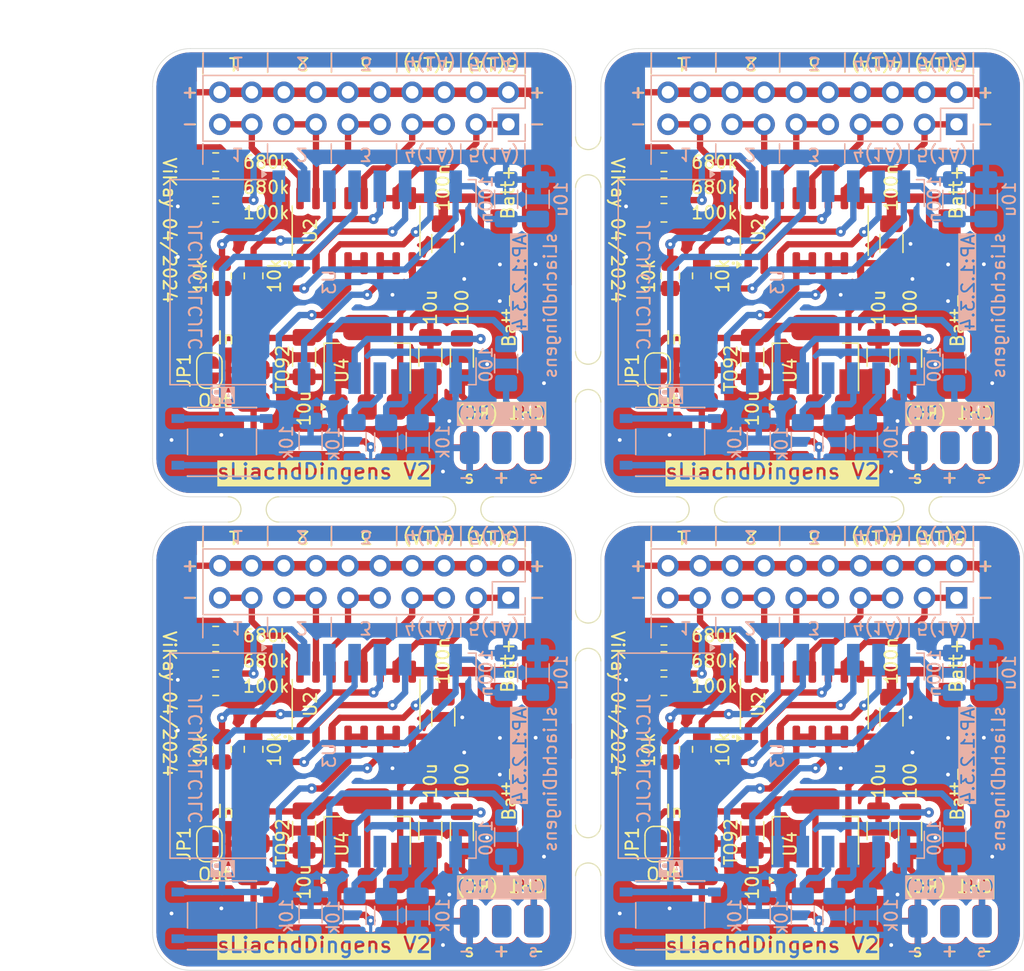
<source format=kicad_pcb>
(kicad_pcb (version 20240108) (generator "pcbnew") (generator_version "8.0")
  (layers (0 "F.Cu" signal) (31 "B.Cu" signal) (34 "B.Paste" user) (35 "F.Paste" user) (36 "B.SilkS" user "B.Silkscreen") (37 "F.SilkS" user "F.Silkscreen") (38 "B.Mask" user) (39 "F.Mask" user) (44 "Edge.Cuts" user))
  (net 0 "")
  (net 1 "-BATT")
  (net 2 "D1")
  (net 3 "+BATT")
  (net 5 "D2")
  (net 6 "Net-(J3-Pin_13)")
  (net 7 "Net-(J3-Pin_5)")
  (net 8 "Net-(R2-Pad2)")
  (net 9 "Net-(J3-Pin_11)")
  (net 10 "Net-(J3-Pin_17)")
  (net 11 "Net-(J3-Pin_1)")
  (net 13 "D4")
  (net 14 "D0")
  (net 15 "D8")
  (net 16 "D3")
  (net 17 "TX")
  (net 18 "3,3V")
  (net 19 "RX")
  (net 20 "D5")
  (net 21 "D7")
  (net 22 "D6")
  (net 23 "Net-(U3-EN)")
  (net 24 "ADC")
  (net 25 "Net-(U3-~{RST})")
  (net 26 "/CH1")
  (net 27 "/CH2")
  (net 28 "Net-(JP1-A)")
  (net 29 "Net-(R10-Pad2)")
  (footprint "Capacitor_SMD:C_1206_3216Metric_Pad1.33x1.80mm_HandSolder" (layer "F.Cu") (at 144.022424 91.4375 -90)
    (property "Reference" "C2" (hide yes))
    (property "Value" "100n")
  )
  (footprint "ViKay:Conn_01x01_2.54_big" (layer "F.Cu") (at 152 125.25 90)
    (property "Reference" "Batt+1" (hide yes))
    (property "Value" "Batt+")
  )
  (footprint "Resistor_SMD:R_0805_2012Metric_Pad1.20x1.40mm_HandSolder" (layer "F.Cu") (at 126.5 94 90)
    (property "Reference" "R3" (hide yes))
    (property "Value" "10k")
  )
  (footprint "Capacitor_SMD:C_1206_3216Metric_Pad1.33x1.80mm_HandSolder" (layer "F.Cu") (at 144.022424 128.9375 -90)
    (property "Reference" "C2" (hide yes))
    (property "Value" "100n")
  )
  (footprint "ViKay:Conn_01x03_2.54_small" (layer "F.Cu") (at 129 136.42)
    (property "Reference" "TO92")
    (property "Value" "KA75330" (hide yes))
  )
  (footprint "Capacitor_SMD:C_1206_3216Metric_Pad1.33x1.80mm_HandSolder" (layer "F.Cu") (at 143 100.4375 90)
    (property "Reference" "C3" (hide yes))
    (property "Value" "10u")
  )
  (footprint "Resistor_SMD:R_1206_3216Metric_Pad1.30x1.75mm_HandSolder" (layer "F.Cu") (at 145.5 100.5 90)
    (property "Reference" "R8" (hide yes))
    (property "Value" "100")
  )
  (footprint "Package_TO_SOT_SMD:SOT-223-3_TabPin2" (layer "F.Cu") (at 138 101.241573 90)
    (property "Reference" "U4")
    (property "Value" "AMS1117-3.3")
  )
  (footprint "Capacitor_SMD:C_1206_3216Metric_Pad1.33x1.80mm_HandSolder" (layer "F.Cu") (at 97.5 137.9375 -90)
    (property "Reference" "C4" (hide yes))
    (property "Value" "10u")
  )
  (footprint "Package_TO_SOT_SMD:SOT-223-3_TabPin2" (layer "F.Cu") (at 138 138.741573 90)
    (property "Reference" "U4")
    (property "Value" "AMS1117-3.3")
  )
  (footprint "Panelization:mouse-bite-2mm-slot" (layer "F.Cu") (at 146 112.5)
    (property "Reference" "mouse-bite-2mm-slot" (hide yes))
    (property "Value" "VAL**" (hide yes))
  )
  (footprint "Resistor_SMD:R_1206_3216Metric_Pad1.30x1.75mm_HandSolder" (layer "F.Cu") (at 110 138 90)
    (property "Reference" "R8" (hide yes))
    (property "Value" "100")
  )
  (footprint "Panelization:mouse-bite-2mm-slot" (layer "F.Cu") (at 120 102 90)
    (property "Reference" "mouse-bite-2mm-slot" (hide yes))
    (property "Value" "VAL**" (hide yes))
  )
  (footprint "Resistor_SMD:R_0805_2012Metric_Pad1.20x1.40mm_HandSolder" (layer "F.Cu") (at 91 94 90)
    (property "Reference" "R3" (hide yes))
    (property "Value" "10k")
  )
  (footprint "Capacitor_SMD:C_1206_3216Metric_Pad1.33x1.80mm_HandSolder" (layer "F.Cu") (at 133 137.9375 -90)
    (property "Reference" "C4" (hide yes))
    (property "Value" "10u")
  )
  (footprint "Panelization:mouse-bite-2mm-slot" (layer "F.Cu") (at 120 85 90)
    (property "Reference" "mouse-bite-2mm-slot" (hide yes))
    (property "Value" "VAL**" (hide yes))
  )
  (footprint "Panelization:mouse-bite-2mm-slot" (layer "F.Cu") (at 110.5 112.5)
    (property "Reference" "mouse-bite-2mm-slot" (hide yes))
    (property "Value" "VAL**" (hide yes))
  )
  (footprint "Capacitor_SMD:C_1206_3216Metric_Pad1.33x1.80mm_HandSolder" (layer "F.Cu") (at 97.5 100.4375 -90)
    (property "Reference" "C4" (hide yes))
    (property "Value" "10u")
  )
  (footprint "Package_SO:SO-16_3.9x9.9mm_P1.27mm" (layer "F.Cu") (at 137.11887 127.925 90)
    (property "Reference" "U2")
    (property "Value" "ULN2003")
  )
  (footprint "ViKay:Conn_01x03_2.54_small" (layer "F.Cu") (at 93.5 98.92)
    (property "Reference" "TO92")
    (property "Value" "KA75330" (hide yes))
  )
  (footprint "ViKay:Conn_01x01_2.54_big" (layer "F.Cu") (at 116.5 87.75 90)
    (property "Reference" "Batt+1" (hide yes))
    (property "Value" "Batt+")
  )
  (footprint "ViKay:Conn_01x03_2.54_small" (layer "F.Cu") (at 129 98.92)
    (property "Reference" "TO92")
    (property "Value" "KA75330" (hide yes))
  )
  (footprint "Jumper:SolderJumper-2_P1.3mm_Open_RoundedPad1.0x1.5mm" (layer "F.Cu") (at 125.5 101.506208 -90)
    (property "Reference" "JP1")
    (property "Value" "kein Supervisor")
  )
  (footprint "Capacitor_SMD:C_1206_3216Metric_Pad1.33x1.80mm_HandSolder" (layer "F.Cu") (at 107.5 137.9375 90)
    (property "Reference" "C3" (hide yes))
    (property "Value" "10u")
  )
  (footprint "Package_SO:SO-16_3.9x9.9mm_P1.27mm" (layer "F.Cu") (at 101.61887 90.425 90)
    (property "Reference" "U2")
    (property "Value" "ULN2003")
  )
  (footprint "Panelization:mouse-bite-2mm-slot" (layer "F.Cu") (at 120 122.5 90)
    (property "Reference" "mouse-bite-2mm-slot" (hide yes))
    (property "Value" "VAL**" (hide yes))
  )
  (footprint "ViKay:Conn_01x03_2.54_small" (layer "F.Cu") (at 115.680897 145.096947 -90)
    (property "Reference" "CH2(RC)1" (hide yes))
    (property "Value" "CH2 (RC) LowPower" (hide yes))
  )
  (footprint "Resistor_SMD:R_0805_2012Metric_Pad1.20x1.40mm_HandSolder" (layer "F.Cu") (at 90.5 122.5)
    (property "Reference" "R11" (hide yes))
    (property "Value" "680k")
  )
  (footprint "Resistor_SMD:R_1206_3216Metric_Pad1.30x1.75mm_HandSolder" (layer "F.Cu") (at 110 100.5 90)
    (property "Reference" "R8" (hide yes))
    (property "Value" "100")
  )
  (footprint "Resistor_SMD:R_0805_2012Metric_Pad1.20x1.40mm_HandSolder" (layer "F.Cu") (at 90.5 124.5 180)
    (property "Reference" "R10" (hide yes))
    (property "Value" "680k")
  )
  (footprint "Resistor_SMD:R_1206_3216Metric_Pad1.30x1.75mm_HandSolder" (layer "F.Cu") (at 145.5 138 90)
    (property "Reference" "R8" (hide yes))
    (property "Value" "100")
  )
  (footprint "Resistor_SMD:R_0805_2012Metric_Pad1.20x1.40mm_HandSolder" (layer "F.Cu") (at 90.5 89)
    (property "Reference" "R9" (hide yes))
    (property "Value" "100k")
  )
  (footprint "ViKay:Conn_01x03_2.54_small" (layer "F.Cu") (at 115.680897 107.596947 -90)
    (property "Reference" "CH2(RC)1" (hide yes))
    (property "Value" "CH2 (RC) LowPower" (hide yes))
  )
  (footprint "Capacitor_SMD:C_1206_3216Metric_Pad1.33x1.80mm_HandSolder" (layer "F.Cu") (at 108.522424 128.9375 -90)
    (property "Reference" "C2" (hide yes))
    (property "Value" "100n")
  )
  (footprint "Resistor_SMD:R_0805_2012Metric_Pad1.20x1.40mm_HandSolder" (layer "F.Cu") (at 126 89)
    (property "Reference" "R9" (hide yes))
    (property "Value" "100k")
  )
  (footprint "Jumper:SolderJumper-2_P1.3mm_Open_RoundedPad1.0x1.5mm" (layer "F.Cu") (at 90 139.006208 -90)
    (property "Reference" "JP1")
    (property "Value" "kein Supervisor")
  )
  (footprint "Resistor_SMD:R_0805_2012Metric_Pad1.20x1.40mm_HandSolder" (layer "F.Cu") (at 126 124.5 180)
    (property "Reference" "R10" (hide yes))
    (property "Value" "680k")
  )
  (footprint "Capacitor_SMD:C_1206_3216Metric_Pad1.33x1.80mm_HandSolder" (layer "F.Cu") (at 133 100.4375 -90)
    (property "Reference" "C4" (hide yes))
    (property "Value" "10u")
  )
  (footprint "Package_SO:SO-16_3.9x9.9mm_P1.27mm" (layer "F.Cu") (at 137.11887 90.425 90)
    (property "Reference" "U2")
    (property "Value" "ULN2003")
  )
  (footprint "Resistor_SMD:R_0805_2012Metric_Pad1.20x1.40mm_HandSolder" (layer "F.Cu") (at 126 85)
    (property "Reference" "R11" (hide yes))
    (property "Value" "680k")
  )
  (footprint "Panelization:mouse-bite-2mm-slot" (layer "F.Cu") (at 120 139.5 90)
    (property "Reference" "mouse-bite-2mm-slot" (hide yes))
    (property "Value" "VAL**" (hide yes))
  )
  (footprint "Resistor_SMD:R_0805_2012Metric_Pad1.20x1.40mm_HandSolder" (layer "F.Cu") (at 91 131.5 90)
    (property "Reference" "R3" (hide yes))
    (property "Value" "10k")
  )
  (footprint "Jumper:SolderJumper-2_P1.3mm_Open_RoundedPad1.0x1.5mm" (layer "F.Cu") (at 90 101.506208 -90)
    (property "Reference" "JP1")
    (property "Value" "kein Supervisor")
  )
  (footprint "ViKay:Conn_01x01_2.54_big" (layer "F.Cu") (at 116.5 135.25 90)
    (property "Reference" "Batt-1" (hide yes))
    (property "Value" "Batt-")
  )
  (footprint "Capacitor_SMD:C_1206_3216Metric_Pad1.33x1.80mm_HandSolder" (layer "F.Cu") (at 107.5 100.4375 90)
    (property "Reference" "C3" (hide yes))
    (property "Value" "10u")
  )
  (footprint "Resistor_SMD:R_0805_2012Metric_Pad1.20x1.40mm_HandSolder" (layer "F.Cu") (at 129 94 90)
    (property "Reference" "R1" (hide yes))
    (property "Value" "10k")
  )
  (footprint "ViKay:Conn_01x01_2.54_big" (layer "F.Cu") (at 116.5 125.25 90)
    (property "Reference" "Batt+1" (hide yes))
    (property "Value" "Batt+")
  )
  (footprint "Capacitor_SMD:C_1206_3216Metric_Pad1.33x1.80mm_HandSolder" (layer "F.Cu") (at 108.522424 91.4375 -90)
    (property "Reference" "C2" (hide yes))
    (property "Value" "100n")
  )
  (footprint "Resistor_SMD:R_0805_2012Metric_Pad1.20x1.40mm_HandSolder" (layer "F.Cu") (at 90.5 126.5)
    (property "Reference" "R9" (hide yes))
    (property "Value" "100k")
  )
  (footprint "Package_SO:SO-16_3.9x9.9mm_P1.27mm" (layer "F.Cu") (at 101.61887 127.925 90)
    (property "Reference" "U2")
    (property "Value" "ULN2003")
  )
  (footprint "Resistor_SMD:R_0805_2012Metric_Pad1.20x1.40mm_HandSolder" (layer "F.Cu") (at 126 126.5)
    (property "Reference" "R9" (hide yes))
    (property "Value" "100k")
  )
  (footprint "Resistor_SMD:R_0805_2012Metric_Pad1.20x1.40mm_HandSolder" (layer "F.Cu") (at 90.5 87 180)
    (property "Reference" "R10" (hide yes))
    (property "Value" "680k")
  )
  (footprint "Panelization:mouse-bite-2mm-slot" (layer "F.Cu") (at 93.5 112.5)
    (property "Reference" "mouse-bite-2mm-slot" (hide yes))
    (property "Value" "VAL**" (hide yes))
  )
  (footprint "Resistor_SMD:R_0805_2012Metric_Pad1.20x1.40mm_HandSolder" (layer "F.Cu") (at 129 131.5 90)
    (property "Reference" "R1" (hide yes))
    (property "Value" "10k")
  )
  (footprint "Resistor_SMD:R_0805_2012Metric_Pad1.20x1.40mm_HandSolder" (layer "F.Cu") (at 93.5 131.5 90)
    (property "Reference" "R1" (hide yes))
    (property "Value" "10k")
  )
  (footprint "Package_TO_SOT_SMD:SOT-223-3_TabPin2" (layer "F.Cu") (at 102.5 101.241573 90)
    (property "Reference" "U4")
    (property "Value" "AMS1117-3.3")
  )
  (footprint "ViKay:Conn_01x01_2.54_big" (layer "F.Cu") (at 152 87.75 90)
    (property "Reference" "Batt+1" (hide yes))
    (property "Value" "Batt+")
  )
  (footprint "ViKay:Conn_01x01_2.54_big" (layer "F.Cu") (at 116.5 97.75 90)
    (property "Reference" "Batt-1" (hide yes))
    (property "Value" "Batt-")
  )
  (footprint "ViKay:Conn_01x03_2.54_small" (layer "F.Cu") (at 151.180897 145.096947 -90)
    (property "Reference" "CH2(RC)1" (hide yes))
    (property "Value" "CH2 (RC) LowPower" (hide yes))
  )
  (footprint "Resistor_SMD:R_0805_2012Metric_Pad1.20x1.40mm_HandSolder" (layer "F.Cu") (at 126.5 131.5 90)
    (property "Reference" "R3" (hide yes))
    (property "Value" "10k")
  )
  (footprint "Resistor_SMD:R_0805_2012Metric_Pad1.20x1.40mm_HandSolder" (layer "F.Cu") (at 90.5 85)
    (property "Reference" "R11" (hide yes))
    (property "Value" "680k")
  )
  (footprint "Resistor_SMD:R_0805_2012Metric_Pad1.20x1.40mm_HandSolder" (layer "F.Cu") (at 126 87 180)
    (property "Reference" "R10" (hide yes))
    (property "Value" "680k")
  )
  (footprint "Capacitor_SMD:C_1206_3216Metric_Pad1.33x1.80mm_HandSolder" (layer "F.Cu") (at 143 137.9375 90)
    (property "Reference" "C3" (hide yes))
    (property "Value" "10u")
  )
  (footprint "Resistor_SMD:R_0805_2012Metric_Pad1.20x1.40mm_HandSolder" (layer "F.Cu") (at 126 122.5)
    (property "Reference" "R11" (hide yes))
    (property "Value" "680k")
  )
  (footprint "ViKay:Conn_01x03_2.54_small" (layer "F.Cu") (at 93.5 136.42)
    (property "Reference" "TO92")
    (property "Value" "KA75330" (hide yes))
  )
  (footprint "ViKay:Conn_01x01_2.54_big" (layer "F.Cu") (at 152 97.75 90)
    (property "Reference" "Batt-1" (hide yes))
    (property "Value" "Batt-")
  )
  (footprint "ViKay:Conn_01x01_2.54_big" (layer "F.Cu") (at 152 135.25 90)
    (property "Reference" "Batt-1" (hide yes))
    (property "Value" "Batt-")
  )
  (footprint "Package_TO_SOT_SMD:SOT-223-3_TabPin2" (layer "F.Cu") (at 102.5 138.741573 90)
    (property "Reference" "U4")
    (property "Value" "AMS1117-3.3")
  )
  (footprint "ViKay:Conn_01x03_2.54_small" (layer "F.Cu") (at 151.180897 107.596947 -90)
    (property "Reference" "CH2(RC)1" (hide yes))
    (property "Value" "CH2 (RC) LowPower" (hide yes))
  )
  (footprint "Panelization:mouse-bite-2mm-slot" (layer "F.Cu") (at 129 112.5)
    (property "Reference" "mouse-bite-2mm-slot" (hide yes))
    (property "Value" "VAL**" (hide yes))
  )
  (footprint "Jumper:SolderJumper-2_P1.3mm_Open_RoundedPad1.0x1.5mm" (layer "F.Cu") (at 125.5 139.006208 -90)
    (property "Reference" "JP1")
    (property "Value" "kein Supervisor")
  )
  (footprint "Resistor_SMD:R_0805_2012Metric_Pad1.20x1.40mm_HandSolder" (layer "F.Cu") (at 93.5 94 90)
    (property "Reference" "R1" (hide yes))
    (property "Value" "10k")
  )
  (footprint "ViKay:ESP-12S" (layer "B.Cu") (at 134.5 94.5 -90)
    (property "Reference" "U3")
    (property "Value" "ESP-12F")
  )
  (footprint "Resistor_SMD:R_1206_3216Metric_Pad1.30x1.75mm_HandSolder" (layer "B.Cu") (at 149 138.45 90)
    (property "Reference" "R7" (hide yes))
    (property "Value" "100")
  )
  (footprint "ViKay:SW_Push_1P1T_NO_4.5x4.5mm_H7mm" (layer "B.Cu") (at 91 144.65 180)
    (property "Reference" "SW1" (hide yes))
    (property "Value" "AP")
  )
  (footprint "Resistor_SMD:R_1206_3216Metric_Pad1.30x1.75mm_HandSolder" (layer "B.Cu") (at 104 144.669254 -90)
    (property "Reference" "R5" (hide yes))
    (property "Value" "10k" (hide yes))
  )
  (footprint "Resistor_SMD:R_1206_3216Metric_Pad1.30x1.75mm_HandSolder" (layer "B.Cu") (at 106.5 144.65 90)
    (property "Reference" "R6" (hide yes))
    (property "Value" "10k")
  )
  (footprint "Resistor_SMD:R_1206_3216Metric_Pad1.30x1.75mm_HandSolder" (layer "B.Cu") (at 133.513202 144.540396 -90)
    (property "Reference" "R2" (hide yes))
    (property "Value" "10k")
  )
  (footprint "Connector_PinHeader_2.54mm:PinHeader_2x10_P2.54mm_Vertical" (layer "B.Cu") (at 113.68 82 90)
    (property "Reference" "J3" (hide yes))
    (property "Value" "Conn_02x05_Odd_Even")
  )
  (footprint "Capacitor_SMD:C_1206_3216Metric_Pad1.33x1.80mm_HandSolder" (layer "B.Cu") (at 113.5 87.9375 -90)
    (property "Reference" "C5" (hide yes))
    (property "Value" "100n")
  )
  (footprint "Resistor_SMD:R_1206_3216Metric_Pad1.30x1.75mm_HandSolder" (layer "B.Cu") (at 142 144.65 90)
    (property "Reference" "R6" (hide yes))
    (property "Value" "10k")
  )
  (footprint "ViKay:ESP-12S" (layer "B.Cu") (at 99 132 -90)
    (property "Reference" "U3")
    (property "Value" "ESP-12F")
  )
  (footprint "Capacitor_SMD:C_1206_3216Metric_Pad1.33x1.80mm_HandSolder" (layer "B.Cu") (at 116 87.9375 -90)
    (property "Reference" "C6" (hide yes))
    (property "Value" "10u")
  )
  (footprint "Capacitor_SMD:C_1206_3216Metric_Pad1.33x1.80mm_HandSolder" (layer "B.Cu") (at 151.5 125.4375 -90)
    (property "Reference" "C6" (hide yes))
    (property "Value" "10u")
  )
  (footprint "Capacitor_SMD:C_1206_3216Metric_Pad1.33x1.80mm_HandSolder" (layer "B.Cu") (at 149 125.4375 -90)
    (property "Reference" "C5" (hide yes))
    (property "Value" "100n")
  )
  (footprint "Resistor_SMD:R_1206_3216Metric_Pad1.30x1.75mm_HandSolder" (layer "B.Cu") (at 113.5 100.95 90)
    (property "Reference" "R7" (hide yes))
    (property "Value" "100")
  )
  (footprint "ViKay:Conn_01x03_2.54_small" (layer "B.Cu") (at 151.203418 107.632772 90)
    (property "Reference" "CH1(RC)1" (hide yes))
    (property "Value" "CH1 (RC)")
  )
  (footprint "Resistor_SMD:R_1206_3216Metric_Pad1.30x1.75mm_HandSolder" (layer "B.Cu") (at 98.013202 144.540396 -90)
    (property "Reference" "R2" (hide yes))
    (property "Value" "10k")
  )
  (footprint "Capacitor_SMD:C_1206_3216Metric_Pad1.33x1.80mm_HandSolder" (layer "B.Cu") (at 149 87.9375 -90)
    (property "Reference" "C5" (hide yes))
    (property "Value" "100n")
  )
  (footprint "ViKay:SW_Push_1P1T_NO_4.5x4.5mm_H7mm" (layer "B.Cu") (at 91 107.15 180)
    (property "Reference" "SW1" (hide yes))
    (property "Value" "AP")
  )
  (footprint "Connector_PinHeader_2.54mm:PinHeader_2x10_P2.54mm_Vertical" (layer "B.Cu") (at 149.18 119.5 90)
    (property "Reference" "J3" (hide yes))
    (property "Value" "Conn_02x05_Odd_Even")
  )
  (footprint "ViKay:ESP-12S" (layer "B.Cu") (at 134.5 132 -90)
    (property "Reference" "U3")
    (property "Value" "ESP-12F")
  )
  (footprint "Resistor_SMD:R_1206_3216Metric_Pad1.30x1.75mm_HandSolder" (layer "B.Cu") (at 98.013202 107.040396 -90)
    (property "Reference" "R2" (hide yes))
    (property "Value" "10k")
  )
  (footprint "Connector_PinHeader_2.54mm:PinHeader_2x10_P2.54mm_Vertical" (layer "B.Cu") (at 149.18 82 90)
    (property "Reference" "J3" (hide yes))
    (property "Value" "Conn_02x05_Odd_Even")
  )
  (footprint "Resistor_SMD:R_1206_3216Metric_Pad1.30x1.75mm_HandSolder" (layer "B.Cu") (at 104 107.169254 -90)
    (property "Reference" "R5" (hide yes))
    (property "Value" "10k" (hide yes))
  )
  (footprint "ViKay:ESP-12S" (layer "B.Cu") (at 99 94.5 -90)
    (property "Reference" "U3")
    (property "Value" "ESP-12F")
  )
  (footprint "ViKay:Conn_01x03_2.54_small" (layer "B.Cu") (at 115.703418 107.632772 90)
    (property "Reference" "CH1(RC)1" (hide yes))
    (property "Value" "CH1 (RC)")
  )
  (footprint "ViKay:Conn_01x03_2.54_small" (layer "B.Cu") (at 115.703418 145.132772 90)
    (property "Reference" "CH1(RC)1" (hide yes))
    (property "Value" "CH1 (RC)")
  )
  (footprint "Resistor_SMD:R_1206_3216Metric_Pad1.30x1.75mm_HandSolder" (layer "B.Cu") (at 142 107.15 90)
    (property "Reference" "R6" (hide yes))
    (property "Value" "10k")
  )
  (footprint "Resistor_SMD:R_1206_3216Metric_Pad1.30x1.75mm_HandSolder" (layer "B.Cu") (at 149 100.95 90)
    (property "Reference" "R7" (hide yes))
    (property "Value" "100")
  )
  (footprint "Resistor_SMD:R_1206_3216Metric_Pad1.30x1.75mm_HandSolder" (layer "B.Cu") (at 113.5 138.45 90)
    (property "Reference" "R7" (hide yes))
    (property "Value" "100")
  )
  (footprint "ViKay:SW_Push_1P1T_NO_4.5x4.5mm_H7mm" (layer "B.Cu") (at 126.5 107.15 180)
    (property "Reference" "SW1" (hide yes))
    (property "Value" "AP")
  )
  (footprint "Connector_PinHeader_2.54mm:PinHeader_2x10_P2.54mm_Vertical" (layer "B.Cu") (at 113.68 119.5 90)
    (property "Reference" "J3" (hide yes))
    (property "Value" "Conn_02x05_Odd_Even")
  )
  (footprint "Capacitor_SMD:C_1206_3216Metric_Pad1.33x1.80mm_HandSolder" (layer "B.Cu") (at 113.5 125.4375 -90)
    (property "Reference" "C5" (hide yes))
    (property "Value" "100n")
  )
  (footprint "Capacitor_SMD:C_1206_3216Metric_Pad1.33x1.80mm_HandSolder" (layer "B.Cu") (at 116 125.4375 -90)
    (property "Reference" "C6" (hide yes))
    (property "Value" "10u")
  )
  (footprint "ViKay:Conn_01x03_2.54_small" (layer "B.Cu") (at 151.203418 145.132772 90)
    (property "Reference" "CH1(RC)1" (hide yes))
    (property "Value" "CH1 (RC)")
  )
  (footprint "Capacitor_SMD:C_1206_3216Metric_Pad1.33x1.80mm_HandSolder" (layer "B.Cu") (at 151.5 87.9375 -90)
    (property "Reference" "C6" (hide yes))
    (property "Value" "10u")
  )
  (footprint "Resistor_SMD:R_1206_3216Metric_Pad1.30x1.75mm_HandSolder" (layer "B.Cu") (at 137 144.646372 -90)
    (property "Reference" "R4" (hide yes))
    (property "Value" "10k")
  )
  (footprint "ViKay:SW_Push_1P1T_NO_4.5x4.5mm_H7mm" (layer "B.Cu") (at 126.5 144.65 180)
    (property "Reference" "SW1" (hide yes))
    (property "Value" "AP")
  )
  (footprint "Resistor_SMD:R_1206_3216Metric_Pad1.30x1.75mm_HandSolder" (layer "B.Cu") (at 101.5 144.646372 -90)
    (property "Reference" "R4" (hide yes))
    (property "Value" "10k")
  )
  (footprint "Resistor_SMD:R_1206_3216Metric_Pad1.30x1.75mm_HandSolder" (layer "B.Cu") (at 139.5 144.669254 -90)
    (property "Reference" "R5" (hide yes))
    (property "Value" "10k" (hide yes))
  )
  (footprint "Resistor_SMD:R_1206_3216Metric_Pad1.30x1.75mm_HandSolder" (layer "B.Cu") (at 106.5 107.15 90)
    (property "Reference" "R6" (hide yes))
    (property "Value" "10k")
  )
  (footprint "Resistor_SMD:R_1206_3216Metric_Pad1.30x1.75mm_HandSolder" (layer "B.Cu") (at 137 107.146372 -90)
    (property "Reference" "R4" (hide yes))
    (property "Value" "10k")
  )
  (footprint "Resistor_SMD:R_1206_3216Metric_Pad1.30x1.75mm_HandSolder" (layer "B.Cu") (at 133.513202 107.040396 -90)
    (property "Reference" "R2" (hide yes))
    (property "Value" "10k")
  )
  (footprint "Resistor_SMD:R_1206_3216Metric_Pad1.30x1.75mm_HandSolder" (layer "B.Cu") (at 139.5 107.169254 -90)
    (property "Reference" "R5" (hide yes))
    (property "Value" "10k" (hide yes))
  )
  (footprint "Resistor_SMD:R_1206_3216Metric_Pad1.30x1.75mm_HandSolder" (layer "B.Cu") (at 101.5 107.146372 -90)
    (property "Reference" "R4" (hide yes))
    (property "Value" "10k")
  )
  (gr_rect (start 140 101.5) (end 143.5 105) (stroke (width 0.2)) (fill solid) (layer "F.Cu") (net 3))
  (gr_rect (start 104.5 101.5) (end 108 105) (stroke (width 0.2)) (fill solid) (layer "F.Cu") (net 3))
  (gr_rect (start 104.5 139) (end 108 142.5) (stroke (width 0.2)) (fill solid) (layer "F.Cu") (net 3))
  (gr_rect (start 140 139) (end 143.5 142.5) (stroke (width 0.2)) (fill solid) (layer "F.Cu") (net 3))
  (gr_line (start 130.127426 115.341903) (end 130.127426 113.841903) (stroke (width 0.12)) (layer "B.SilkS"))
  (gr_line (start 94.627426 77.841903) (end 94.627426 76.341903) (stroke (width 0.12)) (layer "B.SilkS"))
  (gr_line (start 89.477547 85.16118) (end 89.487547 83.53118) (stroke (width 0.12)) (layer "B.SilkS"))
  (gr_line (start 94.627426 115.341903) (end 94.627426 113.841903) (stroke (width 0.12)) (layer "B.SilkS"))
  (gr_line (start 109.908465 85.06125) (end 109.908465 83.56125) (stroke (width 0.12)) (layer "B.SilkS"))
  (gr_line (start 99.675873 77.841903) (end 99.675873 76.341903) (stroke (width 0.12)) (layer "B.SilkS"))
  (gr_line (start 99.653584 122.554069) (end 99.653584 121.054069) (stroke (width 0.12)) (layer "B.SilkS"))
  (gr_line (start 89.499836 115.449014) (end 89.509836 113.819014) (stroke (width 0.12)) (layer "B.SilkS"))
  (gr_line (start 109.930754 77.849084) (end 109.930754 76.349084) (stroke (width 0.12)) (layer "B.SilkS"))
  (gr_line (start 124.999836 115.449014) (end 125.009836 113.819014) (stroke (width 0.12)) (layer "B.SilkS"))
  (gr_line (start 145.430754 115.349084) (end 145.430754 113.849084) (stroke (width 0.12)) (layer "B.SilkS"))
  (gr_line (start 94.605137 85.054069) (end 94.605137 83.554069) (stroke (width 0.12)) (layer "B.SilkS"))
  (gr_line (start 150.497547 122.66118) (end 150.487547 121.03118) (stroke (width 0.12)) (layer "B.SilkS"))
  (gr_line (start 150.497547 85.16118) (end 150.487547 83.53118) (stroke (width 0.12)) (layer "B.SilkS"))
  (gr_line (start 140.346401 77.834721) (end 140.346401 76.334721) (stroke (width 0.12)) (layer "B.SilkS"))
  (gr_line (start 89.477547 122.66118) (end 89.487547 121.03118) (stroke (width 0.12)) (layer "B.SilkS"))
  (gr_line (start 145.408465 85.06125) (end 145.408465 83.56125) (stroke (width 0.12)) (layer "B.SilkS"))
  (gr_line (start 109.908465 122.56125) (end 109.908465 121.06125) (stroke (width 0.12)) (layer "B.SilkS"))
  (gr_line (start 130.127426 77.841903) (end 130.127426 76.341903) (stroke (width 0.12)) (layer "B.SilkS"))
  (gr_line (start 140.346401 115.334721) (end 140.346401 113.834721) (stroke (width 0.12)) (layer "B.SilkS"))
  (gr_line (start 140.324112 85.046887) (end 140.324112 83.546887) (stroke (width 0.12)) (layer "B.SilkS"))
  (gr_line (start 104.846401 77.834721) (end 104.846401 76.334721) (stroke (width 0.12)) (layer "B.SilkS"))
  (gr_line (start 150.519836 115.449014) (end 150.509836 113.819014) (stroke (width 0.12)) (layer "B.SilkS"))
  (gr_line (start 130.105137 122.554069) (end 130.105137 121.054069) (stroke (width 0.12)) (layer "B.SilkS"))
  (gr_line (start 140.324112 122.546887) (end 140.324112 121.046887) (stroke (width 0.12)) (layer "B.SilkS"))
  (gr_line (start 145.408465 122.56125) (end 145.408465 121.06125) (stroke (width 0.12)) (layer "B.SilkS"))
  (gr_line (start 130.105137 85.054069) (end 130.105137 83.554069) (stroke (width 0.12)) (layer "B.SilkS"))
  (gr_line (start 115.019836 115.449014) (end 115.009836 113.819014) (stroke (width 0.12)) (layer "B.SilkS"))
  (gr_line (start 99.653584 85.054069) (end 99.653584 83.554069) (stroke (width 0.12)) (layer "B.SilkS"))
  (gr_line (start 135.153584 122.554069) (end 135.153584 121.054069) (stroke (width 0.12)) (layer "B.SilkS"))
  (gr_line (start 135.153584 85.054069) (end 135.153584 83.554069) (stroke (width 0.12)) (layer "B.SilkS"))
  (gr_line (start 104.824112 122.546887) (end 104.824112 121.046887) (stroke (width 0.12)) (layer "B.SilkS"))
  (gr_line (start 124.977547 122.66118) (end 124.987547 121.03118) (stroke (width 0.12)) (layer "B.SilkS"))
  (gr_line (start 114.997547 85.16118) (end 114.987547 83.53118) (stroke (width 0.12)) (layer "B.SilkS"))
  (gr_line (start 109.930754 115.349084) (end 109.930754 113.849084) (stroke (width 0.12)) (layer "B.SilkS"))
  (gr_line (start 104.824112 85.046887) (end 104.824112 83.546887) (stroke (width 0.12)) (layer "B.SilkS"))
  (gr_line (start 124.999836 77.949014) (end 125.009836 76.319014) (stroke (width 0.12)) (layer "B.SilkS"))
  (gr_line (start 99.675873 115.341903) (end 99.675873 113.841903) (stroke (width 0.12)) (layer "B.SilkS"))
  (gr_line (start 104.846401 115.334721) (end 104.846401 113.834721) (stroke (width 0.12)) (layer "B.SilkS"))
  (gr_line (start 124.977547 85.16118) (end 124.987547 83.53118) (stroke (width 0.12)) (layer "B.SilkS"))
  (gr_line (start 145.430754 77.849084) (end 145.430754 76.349084) (stroke (width 0.12)) (layer "B.SilkS"))
  (gr_line (start 115.019836 77.949014) (end 115.009836 76.319014) (stroke (width 0.12)) (layer "B.SilkS"))
  (gr_line (start 135.175873 115.341903) (end 135.175873 113.841903) (stroke (width 0.12)) (layer "B.SilkS"))
  (gr_line (start 150.519836 77.949014) (end 150.509836 76.319014) (stroke (width 0.12)) (layer "B.SilkS"))
  (gr_line (start 94.605137 122.554069) (end 94.605137 121.054069) (stroke (width 0.12)) (layer "B.SilkS"))
  (gr_line (start 114.997547 122.66118) (end 114.987547 121.03118) (stroke (width 0.12)) (layer "B.SilkS"))
  (gr_line (start 135.175873 77.841903) (end 135.175873 76.341903) (stroke (width 0.12)) (layer "B.SilkS"))
  (gr_line (start 89.499836 77.949014) (end 89.509836 76.319014) (stroke (width 0.12)) (layer "B.SilkS"))
  (gr_line (start 150.49 76.37) (end 150.5 78) (stroke (width 0.12)) (layer "F.SilkS"))
  (gr_line (start 99.656037 113.892889) (end 99.656037 115.392889) (stroke (width 0.12)) (layer "F.SilkS"))
  (gr_circle (center 96 93) (end 95.949974 93.060886) (stroke (width 0.12)) (fill none) (layer "F.SilkS"))
  (gr_circle (center 131.5 93) (end 131.449974 93.060886) (stroke (width 0.12)) (fill none) (layer "F.SilkS"))
  (gr_line (start 135.156037 76.392889) (end 135.156037 77.892889) (stroke (width 0.12)) (layer "F.SilkS"))
  (gr_line (start 124.99 113.87) (end 124.98 115.5) (stroke (width 0.12)) (layer "F.SilkS"))
  (gr_line (start 109.910918 113.90007) (end 109.910918 115.40007) (stroke (width 0.12)) (layer "F.SilkS"))
  (gr_line (start 145.410918 113.90007) (end 145.410918 115.40007) (stroke (width 0.12)) (layer "F.SilkS"))
  (gr_line (start 124.99 76.37) (end 124.98 78) (stroke (width 0.12)) (layer "F.SilkS"))
  (gr_line (start 145.410918 76.40007) (end 145.410918 77.90007) (stroke (width 0.12)) (layer "F.SilkS"))
  (gr_line (start 109.910918 76.40007) (end 109.910918 77.90007) (stroke (width 0.12)) (layer "F.SilkS"))
  (gr_line (start 135.156037 113.892889) (end 135.156037 115.392889) (stroke (width 0.12)) (layer "F.SilkS"))
  (gr_line (start 140.326565 76.385707) (end 140.326565 77.885707) (stroke (width 0.12)) (layer "F.SilkS"))
  (gr_line (start 130.10759 113.892889) (end 130.10759 115.392889) (stroke (width 0.12)) (layer "F.SilkS"))
  (gr_line (start 94.60759 113.892889) (end 94.60759 115.392889) (stroke (width 0.12)) (layer "F.SilkS"))
  (gr_line (start 114.99 76.37) (end 115 78) (stroke (width 0.12)) (layer "F.SilkS"))
  (gr_line (start 89.49 113.87) (end 89.48 115.5) (stroke (width 0.12)) (layer "F.SilkS"))
  (gr_circle (center 131.5 130.5) (end 131.449974 130.560886) (stroke (width 0.12)) (fill none) (layer "F.SilkS"))
  (gr_line (start 104.826565 113.885707) (end 104.826565 115.385707) (stroke (width 0.12)) (layer "F.SilkS"))
  (gr_line (start 114.99 113.87) (end 115 115.5) (stroke (width 0.12)) (layer "F.SilkS"))
  (gr_line (start 94.60759 76.392889) (end 94.60759 77.892889) (stroke (width 0.12)) (layer "F.SilkS"))
  (gr_line (start 140.326565 113.885707) (end 140.326565 115.385707) (stroke (width 0.12)) (layer "F.SilkS"))
  (gr_line (start 130.10759 76.392889) (end 130.10759 77.892889) (stroke (width 0.12)) (layer "F.SilkS"))
  (gr_line (start 89.49 76.37) (end 89.48 78) (stroke (width 0.12)) (layer "F.SilkS"))
  (gr_circle (center 96 130.5) (end 95.949974 130.560886) (stroke (width 0.12)) (fill none) (layer "F.SilkS"))
  (gr_line (start 150.49 113.87) (end 150.5 115.5) (stroke (width 0.12)) (layer "F.SilkS"))
  (gr_line (start 104.826565 76.385707) (end 104.826565 77.885707) (stroke (width 0.12)) (layer "F.SilkS"))
  (gr_line (start 99.656037 76.392889) (end 99.656037 77.892889) (stroke (width 0.12)) (layer "F.SilkS"))
  (gr_line (start 95.5 111.5) (end 108.5 111.5) (stroke (width 0.05)) (layer "Edge.Cuts"))
  (gr_line (start 119 141.5) (end 119 146) (stroke (width 0.05)) (layer "Edge.Cuts"))
  (gr_arc (start 127 111.5) (mid 128 112.5) (end 127 113.5) (stroke (width 0.05)) (layer "Edge.Cuts"))
  (gr_arc (start 121 79) (mid 121.87868 76.87868) (end 124 76) (stroke (width 0.05)) (layer "Edge.Cuts"))
  (gr_line (start 131 113.5) (end 144 113.5) (stroke (width 0.05)) (layer "Edge.Cuts"))
  (gr_arc (start 148 113.5) (mid 147 112.5) (end 148 111.5) (stroke (width 0.05)) (layer "Edge.Cuts"))
  (gr_arc (start 116 113.5) (mid 118.12132 114.37868) (end 119 116.5) (stroke (width 0.05)) (layer "Edge.Cuts"))
  (gr_arc (start 121 100) (mid 120 101) (end 119 100) (stroke (width 0.05)) (layer "Edge.Cuts"))
  (gr_line (start 151.5 149) (end 124 149) (stroke (width 0.05)) (layer "Edge.Cuts"))
  (gr_arc (start 119 108.5) (mid 118.12132 110.62132) (end 116 111.5) (stroke (width 0.05)) (layer "Edge.Cuts"))
  (gr_line (start 85.5 79) (end 85.5 108.5) (stroke (width 0.05)) (layer "Edge.Cuts"))
  (gr_line (start 119 104) (end 119 108.5) (stroke (width 0.05)) (layer "Edge.Cuts"))
  (gr_line (start 121 120.5) (end 121 116.5) (stroke (width 0.05)) (layer "Edge.Cuts"))
  (gr_line (start 119 124.5) (end 119 137.5) (stroke (width 0.05)) (layer "Edge.Cuts"))
  (gr_arc (start 144 111.5) (mid 145 112.5) (end 144 113.5) (stroke (width 0.05)) (layer "Edge.Cuts"))
  (gr_line (start 144 111.5) (end 131 111.5) (stroke (width 0.05)) (layer "Edge.Cuts"))
  (gr_line (start 151.5 111.5) (end 148 111.5) (stroke (width 0.05)) (layer "Edge.Cuts"))
  (gr_line (start 154.5 108.5) (end 154.5 79) (stroke (width 0.05)) (layer "Edge.Cuts"))
  (gr_line (start 85.5 116.5) (end 85.5 146) (stroke (width 0.05)) (layer "Edge.Cuts"))
  (gr_arc (start 88.5 111.5) (mid 86.37868 110.62132) (end 85.5 108.5) (stroke (width 0.05)) (layer "Edge.Cuts"))
  (gr_arc (start 85.5 79) (mid 86.37868 76.87868) (end 88.5 76) (stroke (width 0.05)) (layer "Edge.Cuts"))
  (gr_line (start 119 87) (end 119 100) (stroke (width 0.05)) (layer "Edge.Cuts"))
  (gr_line (start 121 146) (end 121 141.5) (stroke (width 0.05)) (layer "Edge.Cuts"))
  (gr_arc (start 88.5 149) (mid 86.37868 148.12132) (end 85.5 146) (stroke (width 0.05)) (layer "Edge.Cuts"))
  (gr_line (start 95.5 113.5) (end 108.5 113.5) (stroke (width 0.05)) (layer "Edge.Cuts"))
  (gr_arc (start 151.5 113.5) (mid 153.62132 114.37868) (end 154.5 116.5) (stroke (width 0.05)) (layer "Edge.Cuts"))
  (gr_arc (start 121 83) (mid 120 84) (end 119 83) (stroke (width 0.05)) (layer "Edge.Cuts"))
  (gr_arc (start 91.5 111.5) (mid 92.5 112.5) (end 91.5 113.5) (stroke (width 0.05)) (layer "Edge.Cuts"))
  (gr_line (start 121 124.5) (end 121 137.5) (stroke (width 0.05)) (layer "Edge.Cuts"))
  (gr_arc (start 119 141.5) (mid 120 140.5) (end 121 141.5) (stroke (width 0.05)) (layer "Edge.Cuts"))
  (gr_arc (start 121 120.5) (mid 120 121.5) (end 119 120.5) (stroke (width 0.05)) (layer "Edge.Cuts"))
  (gr_line (start 88.5 113.5) (end 91.5 113.5) (stroke (width 0.05)) (layer "Edge.Cuts"))
  (gr_arc (start 108.5 111.5) (mid 109.5 112.5) (end 108.5 113.5) (stroke (width 0.05)) (layer "Edge.Cuts"))
  (gr_arc (start 124 149) (mid 121.87868 148.12132) (end 121 146) (stroke (width 0.05)) (layer "Edge.Cuts"))
  (gr_line (start 121 87) (end 121 100) (stroke (width 0.05)) (layer "Edge.Cuts"))
  (gr_arc (start 124 111.5) (mid 121.87868 110.62132) (end 121 108.5) (stroke (width 0.05)) (layer "Edge.Cuts"))
  (gr_arc (start 85.5 116.5) (mid 86.37868 114.37868) (end 88.5 113.5) (stroke (width 0.05)) (layer "Edge.Cuts"))
  (gr_line (start 119 83) (end 119 79) (stroke (width 0.05)) (layer "Edge.Cuts"))
  (gr_arc (start 112.5 113.5) (mid 111.5 112.5) (end 112.5 111.5) (stroke (width 0.05)) (layer "Edge.Cuts"))
  (gr_arc (start 119 104) (mid 120 103) (end 121 104) (stroke (width 0.05)) (layer "Edge.Cuts"))
  (gr_line (start 121 83) (end 121 79) (stroke (width 0.05)) (layer "Edge.Cuts"))
  (gr_arc (start 121 116.5) (mid 121.87868 114.37868) (end 124 113.5) (stroke (width 0.05)) (layer "Edge.Cuts"))
  (gr_arc (start 119 87) (mid 120 86) (end 121 87) (stroke (width 0.05)) (layer "Edge.Cuts"))
  (gr_line (start 154.5 146) (end 154.5 116.5) (stroke (width 0.05)) (layer "Edge.Cuts"))
  (gr_arc (start 131 113.5) (mid 130 112.5) (end 131 111.5) (stroke (width 0.05)) (layer "Edge.Cuts"))
  (gr_arc (start 119 124.5) (mid 120 123.5) (end 121 124.5) (stroke (width 0.05)) (layer "Edge.Cuts"))
  (gr_line (start 124 113.5) (end 127 113.5) (stroke (width 0.05)) (layer "Edge.Cuts"))
  (gr_arc (start 154.5 108.5) (mid 153.62132 110.62132) (end 151.5 111.5) (stroke (width 0.05)) (layer "Edge.Cuts"))
  (gr_line (start 88.5 76) (end 116 76) (stroke (width 0.05)) (layer "Edge.Cuts"))
  (gr_line (start 127 111.5) (end 124 111.5) (stroke (width 0.05)) (layer "Edge.Cuts"))
  (gr_line (start 148 113.5) (end 151.5 113.5) (stroke (width 0.05)) (layer "Edge.Cuts"))
  (gr_line (start 124 76) (end 151.5 76) (stroke (width 0.05)) (layer "Edge.Cuts"))
  (gr_line (start 91.5 111.5) (end 88.5 111.5) (stroke (width 0.05)) (layer "Edge.Cuts"))
  (gr_arc (start 116 76) (mid 118.12132 76.87868) (end 119 79) (stroke (width 0.05)) (layer "Edge.Cuts"))
  (gr_line (start 112.5 111.5) (end 116 111.5) (stroke (width 0.05)) (layer "Edge.Cuts"))
  (gr_arc (start 121 137.5) (mid 120 138.5) (end 119 137.5) (stroke (width 0.05)) (layer "Edge.Cuts"))
  (gr_line (start 119 120.5) (end 119 116.5) (stroke (width 0.05)) (layer "Edge.Cuts"))
  (gr_line (start 112.5 113.5) (end 116 113.5) (stroke (width 0.05)) (layer "Edge.Cuts"))
  (gr_arc (start 119 146) (mid 118.12132 148.12132) (end 116 149) (stroke (width 0.05)) (layer "Edge.Cuts"))
  (gr_arc (start 151.5 76) (mid 153.62132 76.87868) (end 154.5 79) (stroke (width 0.05)) (layer "Edge.Cuts"))
  (gr_line (start 121 108.5) (end 121 104) (stroke (width 0.05)) (layer "Edge.Cuts"))
  (gr_line (start 116 149) (end 88.5 149) (stroke (width 0.05)) (layer "Edge.Cuts"))
  (gr_arc (start 95.5 113.5) (mid 94.5 112.5) (end 95.5 111.5) (stroke (width 0.05)) (layer "Edge.Cuts"))
  (gr_arc (start 154.5 146) (mid 153.62132 148.12132) (end 151.5 149) (stroke (width 0.05)) (layer "Edge.Cuts"))
  (gr_text "s  +  -" (at 151.645975 110.528215 0) (layer "B.SilkS") (effects (font (size 1 1) (thickness 0.153)) (justify left bottom mirror)))
  (gr_text "1" (at 127.186373 76.575468 180) (layer "B.SilkS") (effects (font (size 1 1) (thickness 0.153)) (justify left bottom mirror)))
  (gr_text "-" (at 88.421691 81.928774 0) (layer "B.SilkS") (effects (font (size 1 1) (thickness 0.153)) (justify mirror)))
  (gr_text "-" (at 151.421691 119.428774 0) (layer "B.SilkS") (effects (font (size 1 1) (thickness 0.153)) (justify mirror)))
  (gr_text "3" (at 137.329495 114.075468 180) (layer "B.SilkS") (effects (font (size 1 1) (thickness 0.153)) (justify left bottom mirror)))
  (gr_text "1" (at 91.686373 114.075468 180) (layer "B.SilkS") (effects (font (size 1 1) (thickness 0.153)) (justify left bottom mirror)))
  (gr_text "5(1A)" (at 145.923611 114.089812 180) (layer "B.SilkS") (effects (font (size 1 1) (thickness 0.153)) (justify left bottom mirror)))
  (gr_text "1" (at 91.664084 121.287634 180) (layer "B.SilkS") (effects (font (size 1 1) (thickness 0.153)) (justify left bottom mirror)))
  (gr_text "1" (at 127.164084 121.287634 180) (layer "B.SilkS") (effects (font (size 1 1) (thickness 0.153)) (justify left bottom mirror)))
  (gr_text "-" (at 151.421691 81.928774 0) (layer "B.SilkS") (effects (font (size 1 1) (thickness 0.153)) (justify mirror)))
  (gr_text "4(1A)" (at 140.833872 76.565575 180) (layer "B.SilkS") (effects (font (size 1 1) (thickness 0.153)) (justify left bottom mirror)))
  (gr_text "2" (at 96.776112 114.075468 180) (layer "B.SilkS") (effects (font (size 1 1) (thickness 0.153)) (justify left bottom mirror)))
  (gr_text "-" (at 115.921691 81.928774 0) (layer "B.SilkS") (effects (font (size 1 1) (thickness 0.153)) (justify mirror)))
  (gr_text "+" (at 115.921691 79.428774 0) (layer "B.SilkS") (effects (font (size 1 1) (thickness 0.153)) (justify mirror)))
  (gr_text "s  +  -" (at 151.645975 148.028215 0) (layer "B.SilkS") (effects (font (size 1 1) (thickness 0.153)) (justify left bottom mirror)))
  (gr_text "1" (at 91.664084 83.787634 180) (layer "B.SilkS") (effects (font (size 1 1) (thickness 0.153)) (justify left bottom mirror)))
  (gr_text "+" (at 151.421691 116.928774 0) (layer "B.SilkS") (effects (font (size 1 1) (thickness 0.153)) (justify mirror)))
  (gr_text "-" (at 123.921691 119.428774 0) (layer "B.SilkS") (effects (font (size 1 1) (thickness 0.153)) (justify mirror)))
  (gr_text "sLiachdDingens" (at 152.5 128 90) (layer "B.SilkS") (effects (font (size 1 1) (thickness 0.153)) (justify left mirror)))
  (gr_text "2" (at 132.253823 83.787634 180) (layer "B.SilkS") (effects (font (size 1 1) (thickness 0.153)) (justify left bottom mirror)))
  (gr_text "3" (at 137.329495 76.575468 180) (layer "B.SilkS") (effects (font (size 1 1) (thickness 0.153)) (justify left bottom mirror)))
  (gr_text "-" (at 123.921691 81.928774 0) (layer "B.SilkS") (effects (font (size 1 1) (thickness 0.153)) (justify mirror)))
  (gr_text "3" (at 101.807206 121.287634 180) (layer "B.SilkS") (effects (font (size 1 1) (thickness 0.153)) (justify left bottom mirror)))
  (gr_text "3" (at 101.807206 83.787634 180) (layer "B.SilkS") (effects (font (size 1 1) (thickness 0.153)) (justify left bottom mirror)))
  (gr_text "2" (at 96.753823 83.787634 180) (layer "B.SilkS") (effects (font (size 1 1) (thickness 0.153)) (justify left bottom mirror)))
  (gr_text "s  +  -" (at 116.145975 110.528215 0) (layer "B.SilkS") (effects (font (size 1 1) (thickness 0.153)) (justify left bottom mirror)))
  (gr_text "AP:1.2.3.4" (at 150.672435 128.118665 90) (layer "B.SilkS" knockout) (effects (font (size 1 1) (thickness 0.153)) (justify left bottom mirror)))
  (gr_text "JLCJLCJLCJLC" (at 125 127 90) (layer "B.SilkS") (effects (font (size 1 1) (thickness 0.153)) (justify left bottom mirror)))
  (gr_text "5(1A)" (at 110.401322 121.301978 180) (layer "B.SilkS") (effects (font (size 1 1) (thickness 0.153)) (justify left bottom mirror)))
  (gr_text "2" (at 132.276112 76.575468 180) (layer "B.SilkS") (effects (font (size 1 1) (thickness 0.153)) (justify left bottom mirror)))
  (gr_text "+" (at 88.421691 116.928774 0) (layer "B.SilkS") (effects (font (size 1 1) (thickness 0.153)) (justify mirror)))
  (gr_text "2" (at 132.276112 114.075468 180) (layer "B.SilkS") (effects (font (size 1 1) (thickness 0.153)) (justify left bottom mirror)))
  (gr_text "AP:1.2.3.4" (at 115.172435 128.118665 90) (layer "B.SilkS" knockout) (effects (font (size 1 1) (thickness 0.153)) (justify left bottom mirror)))
  (gr_text "s  +  -" (at 116.145975 148.028215 0) (layer "B.SilkS") (effects (font (size 1 1) (thickness 0.153)) (justify left bottom mirror)))
  (gr_text "1" (at 127.186373 114.075468 180) (layer "B.SilkS") (effects (font (size 1 1) (thickness 0.153)) (justify left bottom mirror)))
  (gr_text "3" (at 101.829495 114.075468 180) (layer "B.SilkS") (effects (font (size 1 1) (thickness 0.153)) (justify left bottom mirror)))
  (gr_text "JLCJLCJLCJLC" (at 89.5 127 90) (layer "B.SilkS") (effects (font (size 1 1) (thickness 0.153)) (justify left bottom mirror)))
  (gr_text "1" (at 127.164084 83.787634 180) (layer "B.SilkS") (effects (font (size 1 1) (thickness 0.153)) (justify left bottom mirror)))
  (gr_text "4(1A)" (at 140.833872 114.065575 180) (layer "B.SilkS") (effects (font (size 1 1) (thickness 0.153)) (justify left bottom mirror)))
  (gr_text "+" (at 88.421691 79.428774 0) (layer "B.SilkS") (effects (font (size 1 1) (thickness 0.153)) (justify mirror)))
  (gr_text "2" (at 96.753823 121.287634 180) (layer "B.SilkS") (effects (font (size 1 1) (thickness 0.153)) (justify left bottom mirror)))
  (gr_text "3" (at 137.307206 83.787634 180) (layer "B.SilkS") (effects (font (size 1 1) (thickness 0.153)) (justify left bottom mirror)))
  (gr_text "4(1A)" (at 140.811583 83.777741 180) (layer "B.SilkS") (effects (font (size 1 1) (thickness 0.153)) (justify left bottom mirror)))
  (gr_text "+" (at 123.921691 79.428774 0) (layer "B.SilkS") (effects (font (size 1 1) (thickness 0.153)) (justify mirror)))
  (gr_text "-" (at 115.921691 119.428774 0) (layer "B.SilkS") (effects (font (size 1 1) (thickness 0.153)) (justify mirror)))
  (gr_text "3" (at 137.307206 121.287634 180) (layer "B.SilkS") (effects (font (size 1 1) (thickness 0.153)) (justify left bottom mirror)))
  (gr_text "2" (at 96.776112 76.575468 180) (layer "B.SilkS") (effects (font (size 1 1) (thickness 0.153)) (justify left bottom mirror)))
  (gr_text "4(1A)" (at 105.333872 114.065575 180) (layer "B.SilkS") (effects (font (size 1 1) (thickness 0.153)) (justify left bottom mirror)))
  (gr_text "sLiachdDingens" (at 117 90.5 90) (layer "B.SilkS") (effects (font (size 1 1) (thickness 0.153)) (justify left mirror)))
  (gr_text "sLiachdDingens" (at 152.5 90.5 90) (layer "B.SilkS") (effects (font (size 1 1) (thickness 0.153)) (justify left mirror)))
  (gr_text "-" (at 88.421691 119.428774 0) (layer "B.SilkS") (effects (font (size 1 1) (thickness 0.153)) (justify mirror)))
  (gr_text "4(1A)" (at 105.333872 76.565575 180) (layer "B.SilkS") (effects (font (size 1 1) (thickness 0.153)) (justify left bottom mirror)))
  (gr_text "JLCJLCJLCJLC" (at 89.5 89.5 90) (layer "B.SilkS") (effects (font (size 1 1) (thickness 0.153)) (justify left bottom mirror)))
  (gr_text "5(1A)" (at 145.901322 83.801978 180) (layer "B.SilkS") (effects (font (size 1 1) (thickness 0.153)) (justify left bottom mirror)))
  (gr_text "AP:1.2.3.4" (at 150.672435 90.618665 90) (layer "B.SilkS" knockout) (effects (font (size 1 1) (thickness 0.153)) (justify left bottom mirror)))
  (gr_text "5(1A)" (at 145.901322 121.301978 180) (layer "B.SilkS") (effects (font (size 1 1) (thickness 0.153)) (justify left bottom mirror)))
  (gr_text "2" (at 132.253823 121.287634 180) (layer "B.SilkS") (effects (font (size 1 1) (thickness 0.153)) (justify left bottom mirror)))
  (gr_text "5(1A)" (at 110.423611 114.089812 180) (layer "B.SilkS") (effects (font (size 1 1) (thickness 0.153)) (justify left bottom mirror)))
  (gr_text "1" (at 91.686373 76.575468 180) (layer "B.SilkS") (effects (font (size 1 1) (thickness 0.153)) (justify left bottom mirror)))
  (gr_text "5(1A)" (at 110.401322 83.801978 180) (layer "B.SilkS") (effects (font (size 1 1) (thickness 0.153)) (justify left bottom mirror)))
  (gr_text "+" (at 151.421691 79.428774 0) (layer "B.SilkS") (effects (font (size 1 1) (thickness 0.153)) (justify mirror)))
  (gr_text "3" (at 101.829495 76.575468 180) (layer "B.SilkS") (effects (font (size 1 1) (thickness 0.153)) (justify left bottom mirror)))
  (gr_text "5(1A)" (at 145.923611 76.589812 180) (layer "B.SilkS") (effects (font (size 1 1) (thickness 0.153)) (justify left bottom mirror)))
  (gr_text "sLiachdDingens" (at 117 128 90) (layer "B.SilkS") (effects (font (size 1 1) (thickness 0.153)) (justify left mirror)))
  (gr_text "4(1A)" (at 105.311583 121.277741 180) (layer "B.SilkS") (effects (font (size 1 1) (thickness 0.153)) (justify left bottom mirror)))
  (gr_text "4(1A)" (at 105.311583 83.777741 180) (layer "B.SilkS") (effects (font (size 1 1) (thickness 0.153)) (justify left bottom mirror)))
  (gr_text "4(1A)" (at 140.811583 121.277741 180) (layer "B.SilkS") (effects (font (size 1 1) (thickness 0.153)) (justify left bottom mirror)))
  (gr_text "+" (at 123.921691 116.928774 0) (layer "B.SilkS") (effects (font (size 1 1) (thickness 0.153)) (justify mirror)))
  (gr_text "JLCJLCJLCJLC" (at 125 89.5 90) (layer "B.SilkS") (effects (font (size 1 1) (thickness 0.153)) (justify left bottom mirror)))
  (gr_text "+" (at 115.921691 116.928774 0) (layer "B.SilkS") (effects (font (size 1 1) (thickness 0.153)) (justify mirror)))
  (gr_text "5(1A)" (at 110.423611 76.589812 180) (layer "B.SilkS") (effects (font (size 1 1) (thickness 0.153)) (justify left bottom mirror)))
  (gr_text "AP:1.2.3.4" (at 115.172435 90.618665 90) (layer "B.SilkS" knockout) (effects (font (size 1 1) (thickness 0.153)) (justify left bottom mirror)))
  (gr_text "s  +  -" (at 145.589437 110.528215 0) (layer "F.SilkS") (effects (font (size 1 1) (thickness 0.153)) (justify left bottom)))
  (gr_text "sLiachdDingens V2" (at 126 109.5 0) (layer "F.SilkS" knockout) (effects (font (size 1.2 1.2) (thickness 0.2) (bold yes)) (justify left)))
  (gr_text "5(1A)" (at 150 76.640798 -180) (layer "F.SilkS") (effects (font (size 1 1) (thickness 0.153)) (justify left bottom)))
  (gr_text "s  +  -" (at 110.089437 110.528215 0) (layer "F.SilkS") (effects (font (size 1 1) (thickness 0.153)) (justify left bottom)))
  (gr_text "3" (at 103 76.626454 -180) (layer "F.SilkS") (effects (font (size 1 1) (thickness 0.153)) (justify left bottom)))
  (gr_text "+" (at 88.479129 79.427491 -0) (layer "F.SilkS") (effects (font (size 1 1) (thickness 0.153))))
  (gr_text "4(1A)" (at 109.5 76.616561 -180) (layer "F.SilkS") (effects (font (size 1 1) (thickness 0.153)) (justify left bottom)))
  (gr_text "ViKay 04/2024" (at 86.837466 122.029599 -90) (layer "F.SilkS") (effects (font (size 1 1) (thickness 0.153)) (justify left)))
  (gr_text "1" (at 128 76.626454 -180) (layer "F.SilkS") (effects (font (size 1 1) (thickness 0.153)) (justify left bottom)))
  (gr_text "2" (at 133.5 114.126454 -180) (layer "F.SilkS") (effects (font (size 1 1) (thickness 0.153)) (justify left bottom)))
  (gr_text "+" (at 123.979129 79.427491 -0) (layer "F.SilkS") (effects (font (size 1 1) (thickness 0.153))))
  (gr_text "ViKay 04/2024" (at 122.337466 122.029599 -90) (layer "F.SilkS") (effects (font (size 1 1) (thickness 0.153)) (justify left)))
  (gr_text "3" (at 103 114.126454 -180) (layer "F.SilkS") (effects (font (size 1 1) (thickness 0.153)) (justify left bottom)))
  (gr_text "ViKay 04/2024" (at 86.837466 84.529599 -90) (layer "F.SilkS") (effects (font (size 1 1) (thickness 0.153)) (justify left)))
  (gr_text "s  +  -" (at 145.589437 148.028215 0) (layer "F.SilkS") (effects (font (size 1 1) (thickness 0.153)) (justify left bottom)))
  (gr_text "In" (at 90.5 137 0) (layer "F.SilkS") (effects (font (size 1 1) (thickness 0.153)) (justify left bottom)))
  (gr_text "In" (at 126 99.5 0) (layer "F.SilkS") (effects (font (size 1 1) (thickness 0.153)) (justify left bottom)))
  (gr_text "4(1A)" (at 145 114.116561 -180) (layer "F.SilkS") (effects (font (size 1 1) (thickness 0.153)) (justify left bottom)))
  (gr_text "-" (at 115.979129 81.927491 -0) (layer "F.SilkS") (effects (font (size 1 1) (thickness 0.153))))
  (gr_text "In" (at 126 137 0) (layer "F.SilkS") (effects (font (size 1 1) (thickness 0.153)) (justify left bottom)))
  (gr_text "sLiachdDingens V2" (at 126 147 0) (layer "F.SilkS" knockout) (effects (font (size 1.2 1.2) (thickness 0.2) (bold yes)) (justify left)))
  (gr_text "s  +  -" (at 110.089437 148.028215 0) (layer "F.SilkS") (effects (font (size 1 1) (thickness 0.153)) (justify left bottom)))
  (gr_text "5(1A)" (at 114.5 114.140798 -180) (layer "F.SilkS") (effects (font (size 1 1) (thickness 0.153)) (justify left bottom)))
  (gr_text "-" (at 123.979129 81.927491 -0) (layer "F.SilkS") (effects (font (size 1 1) (thickness 0.153))))
  (gr_text "-" (at 88.479129 119.427491 -0) (layer "F.SilkS") (effects (font (size 1 1) (thickness 0.153))))
  (gr_text "-" (at 123.979129 119.427491 -0) (layer "F.SilkS") (effects (font (size 1 1) (thickness 0.153))))
  (gr_text "+" (at 115.979129 79.427491 -0) (layer "F.SilkS") (effects (font (size 1 1) (thickness 0.153))))
  (gr_text "4(1A)" (at 109.5 114.116561 -180) (layer "F.SilkS") (effects (font (size 1 1) (thickness 0.153)) (justify left bottom)))
  (gr_text "5(1A)" (at 114.5 76.640798 -180) (layer "F.SilkS") (effects (font (size 1 1) (thickness 0.153)) (justify left bottom)))
  (gr_text "4(1A)" (at 145 76.616561 -180) (layer "F.SilkS") (effects (font (size 1 1) (thickness 0.153)) (justify left bottom)))
  (gr_text "-" (at 88.479129 81.927491 -0) (layer "F.SilkS") (effects (font (size 1 1) (thickness 0.153))))
  (gr_text "Out" (at 89 104.5 0) (layer "F.SilkS") (effects (font (size 1 1) (thickness 0.153)) (justify left bottom)))
  (gr_text "+" (at 123.979129 116.927491 -0) (layer "F.SilkS") (effects (font (size 1 1) (thickness 0.153))))
  (gr_text "-" (at 151.479129 119.427491 -0) (layer "F.SilkS") (effects (font (size 1 1) (thickness 0.153))))
  (gr_text "2" (at 98 114.126454 -180) (layer "F.SilkS") (effects (font (size 1 1) (thickness 0.153)) (justify left bottom)))
  (gr_text "+" (at 115.979129 116.927491 -0) (layer "F.SilkS") (effects (font (size 1 1) (thickness 0.153))))
  (gr_text "3" (at 138.5 76.626454 -180) (layer "F.SilkS") (effects (font (size 1 1) (thickness 0.153)) (justify left bottom)))
  (gr_text "sLiachdDingens V2" (at 90.5 109.5 0) (layer "F.SilkS" knockout) (effects (font (size 1.2 1.2) (thickness 0.2) (bold yes)) (justify left)))
  (gr_text "ViKay 04/2024" (at 122.337466 84.529599 -90) (layer "F.SilkS") (effects (font (size 1 1) (thickness 0.153)) (justify left)))
  (gr_text "+" (at 151.479129 116.927491 -0) (layer "F.SilkS") (effects (font (size 1 1) (thickness 0.153))))
  (gr_text "+" (at 88.479129 116.927491 -0) (layer "F.SilkS") (effects (font (size 1 1) (thickness 0.153))))
  (gr_text "Out" (at 124.5 142 0) (layer "F.SilkS") (effects (font (size 1 1) (thickness 0.153)) (justify left bottom)))
  (gr_text "2" (at 98 76.626454 -180) (layer "F.SilkS") (effects (font (size 1 1) (thickness 0.153)) (justify left bottom)))
  (gr_text "+" (at 151.479129 79.427491 -0) (layer "F.SilkS") (effects (font (size 1 1) (thickness 0.153))))
  (gr_text "In" (at 90.5 99.5 0) (layer "F.SilkS") (effects (font (size 1 1) (thickness 0.153)) (justify left bottom)))
  (gr_text "Out" (at 124.5 104.5 0) (layer "F.SilkS") (effects (font (size 1 1) (thickness 0.153)) (justify left bottom)))
  (gr_text "-" (at 151.479129 81.927491 -0) (layer "F.SilkS") (effects (font (size 1 1) (thickness 0.153))))
  (gr_text "1" (at 92.5 76.626454 -180) (layer "F.SilkS") (effects (font (size 1 1) (thickness 0.153)) (justify left bottom)))
  (gr_text "1" (at 128 114.126454 -180) (layer "F.SilkS") (effects (font (size 1 1) (thickness 0.153)) (justify left bottom)))
  (gr_text "3" (at 138.5 114.126454 -180) (layer "F.SilkS") (effects (font (size 1 1) (thickness 0.153)) (justify left bottom)))
  (gr_text "5(1A)" (at 150 114.140798 -180) (layer "F.SilkS") (effects (font (size 1 1) (thickness 0.153)) (justify left bottom)))
  (gr_text "-" (at 115.979129 119.427491 -0) (layer "F.SilkS") (effects (font (size 1 1) (thickness 0.153))))
  (gr_text "sLiachdDingens V2" (at 90.5 147 0) (layer "F.SilkS" knockout) (effects (font (size 1.2 1.2) (thickness 0.2) (bold yes)) (justify left)))
  (gr_text "2" (at 133.5 76.626454 -180) (layer "F.SilkS") (effects (font (size 1 1) (thickness 0.153)) (justify left bottom)))
  (gr_text "Out" (at 89 142 0) (layer "F.SilkS") (effects (font (size 1 1) (thickness 0.153)) (justify left bottom)))
  (gr_text "1" (at 92.5 114.126454 -180) (layer "F.SilkS") (effects (font (size 1 1) (thickness 0.153)) (justify left bottom)))
  (segment (start 108.522424 130.5) (end 106.06387 130.5) (width 0.5) (layer "F.Cu") (net 1))
  (segment (start 144.022424 130.5) (end 141.56387 130.5) (width 0.5) (layer "F.Cu") (net 1))
  (segment (start 144.022424 93) (end 141.56387 93) (width 0.5) (layer "F.Cu") (net 1))
  (segment (start 108.522424 93) (end 106.06387 93) (width 0.5) (layer "F.Cu") (net 1))
  (via (at 109 105.5) (size 0.8) (drill 0.3) (layers "F.Cu" "B.Cu") (net 1))
  (via (at 151.339295 93.080446) (size 0.8) (drill 0.3) (layers "F.Cu" "B.Cu") (net 1))
  (via (at 104.5 133) (size 0.8) (drill 0.3) (layers "F.Cu" "B.Cu") (net 1))
  (via (at 90.949105 106.598968) (size 0.8) (drill 0.3) (layers "F.Cu" "B.Cu") (net 1))
  (via (at 148.5 96) (size 0.8) (drill 0.3) (layers "F.Cu" "B.Cu") (net 1))
  (via (at 145.682678 131.748795) (size 0.8) (drill 0.3) (layers "F.Cu" "B.Cu") (net 1))
  (via (at 123 88.5) (size 0.8) (drill 0.3) (layers "F.Cu" "B.Cu") (net 1))
  (via (at 113 96) (size 0.8) (drill 0.3) (layers "F.Cu" "B.Cu") (net 1))
  (via (at 109 143) (size 0.8) (drill 0.3) (layers "F.Cu" "B.Cu") (net 1))
  (via (at 108.5 147) (size 0.8) (drill 0.3) (layers "F.Cu" "B.Cu") (net 1))
  (via (at 144 109.5) (size 0.8) (drill 0.3) (layers "F.Cu" "B.Cu") (net 1))
  (via (at 87.5 88.5) (size 0.8) (drill 0.3) (layers "F.Cu" "B.Cu") (net 1))
  (via (at 112 101) (size 0.8) (drill 0.3) (layers "F.Cu" "B.Cu") (net 1))
  (via (at 145.529495 128.970504) (size 0.8) (drill 0.3) (layers "F.Cu" "B.Cu") (net 1))
  (via (at 87.5 130) (size 0.8) (drill 0.3) (layers "F.Cu" "B.Cu") (net 1))
  (via (at 147.5 138.5) (size 0.8) (drill 0.3) (layers "F.Cu" "B.Cu") (net 1))
  (via (at 108.5 109.5) (size 0.8) (drill 0.3) (layers "F.Cu" "B.Cu") (net 1))
  (via (at 113.009117 130.598302) (size 0.8) (drill 0.3) (layers "F.Cu" "B.Cu") (net 1))
  (via (at 152 140) (size 0.8) (drill 0.3) (layers "F.Cu" "B.Cu") (net 1))
  (via (at 145.529495 91.470504) (size 0.8) (drill 0.3) (layers "F.Cu" "B.Cu") (net 1))
  (via (at 148.509117 93.098302) (size 0.8) (drill 0.3) (layers "F.Cu" "B.Cu") (net 1))
  (via (at 87.5 126) (size 0.8) (drill 0.3) (layers "F.Cu" "B.Cu") (net 1))
  (via (at 87 107) (size 0.8) (drill 0.3) (layers "F.Cu" "B.Cu") (net 1))
  (via (at 144.5 143) (size 0.8) (drill 0.3) (layers "F.Cu" "B.Cu") (net 1))
  (via (at 110.182678 131.748795) (size 0.8) (drill 0.3) (layers "F.Cu" "B.Cu") (net 1))
  (via (at 110.029495 128.970504) (size 0.8) (drill 0.3) (layers "F.Cu" "B.Cu") (net 1))
  (via (at 115.839295 93.080446) (size 0.8) (drill 0.3) (layers "F.Cu" "B.Cu") (net 1))
  (via (at 110.029495 91.470504) (size 0.8) (drill 0.3) (layers "F.Cu" "B.Cu") (net 1))
  (via (at 104.5 95.5) (size 0.8) (drill 0.3) (layers "F.Cu" "B.Cu") (net 1))
  (via (at 126.449105 106.598968) (size 0.8) (drill 0.3) (layers "F.Cu" "B.Cu") (net 1))
  (via (at 152 102.5) (size 0.8) (drill 0.3) (layers "F.Cu" "B.Cu") (net 1))
  (via (at 123 130) (size 0.8) (drill 0.3) (layers "F.Cu" "B.Cu") (net 1))
  (via (at 126.449105 144.098968) (size 0.8) (drill 0.3) (layers "F.Cu" "B.Cu") (net 1))
  (via (at 148.509117 130.598302) (size 0.8) (drill 0.3) (layers "F.Cu" "B.Cu") (net 1))
  (via (at 148.5 133.5) (size 0.8) (drill 0.3) (layers "F.Cu" "B.Cu") (net 1))
  (via (at 151.339295 130.580446) (size 0.8) (drill 0.3) (layers "F.Cu" "B.Cu") (net 1))
  (via (at 112 138.5) (size 0.8) (drill 0.3) (layers "F.Cu" "B.Cu") (net 1))
  (via (at 145.682678 94.248795) (size 0.8) (drill 0.3) (layers "F.Cu" "B.Cu") (net 1))
  (via (at 90.949105 144.098968) (size 0.8) (drill 0.3) (layers "F.Cu" "B.Cu") (net 1))
  (via (at 122.5 107) (size 0.8) (drill 0.3) (layers "F.Cu" "B.Cu") (net 1))
  (via (at 110.182678 94.248795) (size 0.8) (drill 0.3) (layers "F.Cu" "B.Cu") (net 1))
  (via (at 140 133) (size 0.8) (drill 0.3) (layers "F.Cu" "B.Cu") (net 1))
  (via (at 87.5 92.5) (size 0.8) (drill 0.3) (layers "F.Cu" "B.Cu") (net 1))
  (via (at 116.5 140) (size 0.8) (drill 0.3) (layers "F.Cu" "B.Cu") (net 1))
  (via (at 116.5 102.5) (size 0.8) (drill 0.3) (layers "F.Cu" "B.Cu") (net 1))
  (via (at 113.009117 93.098302) (size 0.8) (drill 0.3) (layers "F.Cu" "B.Cu") (net 1))
  (via (at 140 95.5) (size 0.8) (drill 0.3) (layers "F.Cu" "B.Cu") (net 1))
  (via (at 87 144.5) (size 0.8) (drill 0.3) (layers "F.Cu" "B.Cu") (net 1))
  (via (at 144.5 105.5) (size 0.8) (drill 0.3) (layers "F.Cu" "B.Cu") (net 1))
  (via (at 122.5 144.5) (size 0.8) (drill 0.3) (layers "F.Cu" "B.Cu") (net 1))
  (via (at 123 126) (size 0.8) (drill 0.3) (layers "F.Cu" "B.Cu") (net 1))
  (via (at 115.839295 130.580446) (size 0.8) (drill 0.3) (layers "F.Cu" "B.Cu") (net 1))
  (via (at 144 147) (size 0.8) (drill 0.3) (layers "F.Cu" "B.Cu") (net 1))
  (via (at 147.5 101) (size 0.8) (drill 0.3) (layers "F.Cu" "B.Cu") (net 1))
  (via (at 113 133.5) (size 0.8) (drill 0.3) (layers "F.Cu" "B.Cu") (net 1))
  (via (at 123 92.5) (size 0.8) (drill 0.3) (layers "F.Cu" "B.Cu") (net 1))
  (segment (start 116 123.875) (end 113.5 123.875) (width 0.5) (layer "B.Cu") (net 1))
  (segment (start 151.5 86.375) (end 149 86.375) (width 0.5) (layer "B.Cu") (net 1))
  (segment (start 116 86.375) (end 113.5 86.375) (width 0.5) (layer "B.Cu") (net 1))
  (segment (start 151.5 123.875) (end 149 123.875) (width 0.5) (layer "B.Cu") (net 1))
  (segment (start 135 136) (end 135 139.6) (width 0.5) (layer "B.Cu") (net 2))
  (segment (start 112.5 97.5) (end 100.5 97.5) (width 0.5) (layer "B.Cu") (net 2))
  (segment (start 113.5 136) (end 112.5 135) (width 0.5) (layer "B.Cu") (net 2))
  (segment (start 113.5 98.5) (end 112.5 97.5) (width 0.5) (layer "B.Cu") (net 2))
  (segment (start 135 98.5) (end 135 102.1) (width 0.5) (layer "B.Cu") (net 2))
  (segment (start 136 135) (end 135 136) (width 0.5) (layer "B.Cu") (net 2))
  (segment (start 149 99.4) (end 149 98.5) (width 0.5) (layer "B.Cu") (net 2))
  (segment (start 99.5 98.5) (end 99.5 102.1) (width 0.5) (layer "B.Cu") (net 2))
  (segment (start 113.5 99.4) (end 113.5 98.5) (width 0.5) (layer "B.Cu") (net 2))
  (segment (start 100.5 135) (end 99.5 136) (width 0.5) (layer "B.Cu") (net 2))
  (segment (start 149 136.9) (end 149 136) (width 0.5) (layer "B.Cu") (net 2))
  (segment (start 149 98.5) (end 148 97.5) (width 0.5) (layer "B.Cu") (net 2))
  (segment (start 148 97.5) (end 136 97.5) (width 0.5) (layer "B.Cu") (net 2))
  (segment (start 99.5 136) (end 99.5 139.6) (width 0.5) (layer "B.Cu") (net 2))
  (segment (start 136 97.5) (end 135 98.5) (width 0.5) (layer "B.Cu") (net 2))
  (segment (start 112.5 135) (end 100.5 135) (width 0.5) (layer "B.Cu") (net 2))
  (segment (start 100.5 97.5) (end 99.5 98.5) (width 0.5) (layer "B.Cu") (net 2))
  (segment (start 148 135) (end 136 135) (width 0.5) (layer "B.Cu") (net 2))
  (segment (start 113.5 136.9) (end 113.5 136) (width 0.5) (layer "B.Cu") (net 2))
  (segment (start 149 136) (end 148 135) (width 0.5) (layer "B.Cu") (net 2))
  (segment (start 141.56387 125.35) (end 144 125.35) (width 0.75) (layer "F.Cu") (net 3))
  (segment (start 140.3 104.391573) (end 142.108427 104.391573) (width 0.5) (layer "F.Cu") (net 3))
  (segment (start 147 87.85) (end 151.9 87.85) (width 0.75) (layer "F.Cu") (net 3))
  (segment (start 106.608427 141.891573) (end 107.5 141) (width 0.5) (layer "F.Cu") (net 3))
  (segment (start 147 87.85) (end 147 95) (width 0.5) (layer "F.Cu") (net 3))
  (segment (start 152 80.5) (end 152 87.75) (width 0.75) (layer "F.Cu") (net 3))
  (segment (start 147 95) (end 146.5 95.5) (width 0.5) (layer "F.Cu") (net 3))
  (segment (start 141.56 116.96) (end 139.02 116.96) (width 0.75) (layer "F.Cu") (net 3))
  (segment (start 108.522424 87.872424) (end 108.5 87.85) (width 0.75) (layer "F.Cu") (net 3))
  (segment (start 133.94 116.96) (end 131.4 116.96) (width 0.75) (layer "F.Cu") (net 3))
  (segment (start 144.1 79.46) (end 146.64 79.46) (width 0.75) (layer "F.Cu") (net 3))
  (segment (start 151.9 87.85) (end 152 87.75) (width 0.75) (layer "F.Cu") (net 3))
  (segment (start 111.5 95) (end 111 95.5) (width 0.5) (layer "F.Cu") (net 3))
  (segment (start 113.68 116.96) (end 115.46 116.96) (width 0.75) (layer "F.Cu") (net 3))
  (segment (start 144.1 116.96) (end 146.64 116.96) (width 0.75) (layer "F.Cu") (net 3))
  (segment (start 152 80.5) (end 150.96 79.46) (width 0.75) (layer "F.Cu") (net 3))
  (segment (start 144 125.35) (end 147 125.35) (width 0.75) (layer "F.Cu") (net 3))
  (segment (start 108.522424 127.172672) (end 108.522424 125.372424) (width 0.75) (layer "F.Cu") (net 3))
  (segment (start 111.5 132.5) (end 111 133) (width 0.5) (layer "F.Cu") (net 3))
  (segment (start 140.3 141.891573) (end 142.108427 141.891573) (width 0.5) (layer "F.Cu") (net 3))
  (segment (start 87.5 83) (end 88.325 83.825) (width 0.5) (layer "F.Cu") (net 3))
  (segment (start 108.522424 89.672672) (end 108.522424 87.872424) (width 0.75) (layer "F.Cu") (net 3))
  (segment (start 123 118) (end 123 120.5) (width 0.5) (layer "F.Cu") (net 3))
  (segment (start 140.3 102.532218) (end 140.3 104.391573) (width 0.5) (layer "F.Cu") (net 3))
  (segment (start 108.6 116.96) (end 111.14 116.96) (width 0.75) (layer "F.Cu") (net 3))
  (segment (start 104.8 140.032218) (end 104.8 141.891573) (width 0.5) (layer "F.Cu") (net 3))
  (segment (start 107.5 141) (end 107.5 139.5) (width 0.5) (layer "F.Cu") (net 3))
  (segment (start 91.5 122) (end 90.825 121.325) (width 0.5) (layer "F.Cu") (net 3))
  (segment (start 140.609525 139.722693) (end 140.3 140.032218) (width 0.5) (layer "F.Cu") (net 3))
  (segment (start 98.44 79.46) (end 95.9 79.46) (width 0.75) (layer "F.Cu") (net 3))
  (segment (start 124.04 116.96) (end 123 118) (width 0.5) (layer "F.Cu") (net 3))
  (segment (start 106.06387 125.35) (end 108.5 125.35) (width 0.75) (layer "F.Cu") (net 3))
  (segment (start 146.64 79.46) (end 149.18 79.46) (width 0.75) (layer "F.Cu") (net 3))
  (segment (start 142.108427 141.891573) (end 143 141) (width 0.5) (layer "F.Cu") (net 3))
  (segment (start 149.18 116.96) (end 150.96 116.96) (width 0.75) (layer "F.Cu") (net 3))
  (segment (start 139.02 116.96) (end 136.48 116.96) (width 0.75) (layer "F.Cu") (net 3))
  (segment (start 147 132.5) (end 146.5 133) (width 0.5) (layer "F.Cu") (net 3))
  (segment (start 88.54 116.96) (end 87.5 118) (width 0.5) (layer "F.Cu") (net 3))
  (segment (start 111.5 125.35) (end 111.5 132.5) (width 0.5) (layer "F.Cu") (net 3))
  (segment (start 111 95.5) (end 106.5 95.5) (width 0.5) (layer "F.Cu") (net 3))
  (segment (start 131.4 79.46) (end 128.86 79.46) (width 0.75) (layer "F.Cu") (net 3))
  (segment (start 123 80.5) (end 123 83) (width 0.5) (layer "F.Cu") (net 3))
  (segment (start 111.5 87.85) (end 116.4 87.85) (width 0.75) (layer "F.Cu") (net 3))
  (segment (start 144.1 79.46) (end 141.56 79.46) (width 0.75) (layer "F.Cu") (net 3))
  (segment (start 146.5 133) (end 142 133) (width 0.5) (layer "F.Cu") (net 3))
  (segment (start 144.022424 87.872424) (end 144 87.85) (width 0.75) (layer "F.Cu") (net 3))
  (segment (start 140.609525 96.890475) (end 140.609525 102.222693) (width 0.5) (layer "F.Cu") (net 3))
  (segment (start 87.5 118) (end 87.5 120.5) (width 0.5) (layer "F.Cu") (net 3))
  (segment (start 116.4 125.35) (end 116.5 125.25) (width 0.75) (layer "F.Cu") (net 3))
  (segment (start 95.9 79.46) (end 93.36 79.46) (width 0.75) (layer "F.Cu") (net 3))
  (segment (start 108.5 87.85) (end 111.5 87.85) (width 0.75) (layer "F.Cu") (net 3))
  (segment (start 141.56387 87.85) (end 144 87.85) (width 0.75) (layer "F.Cu") (net 3))
  (segment (start 126.32 116.96) (end 124.04 116.96) (width 0.5) (layer "F.Cu") (net 3))
  (segment (start 144.1 116.96) (end 141.56 116.96) (width 0.75) (layer "F.Cu") (net 3))
  (segment (start 98.44 116.96) (end 95.9 116.96) (width 0.75) (layer "F.Cu") (net 3))
  (segment (start 108.6 116.96) (end 106.06 116.96) (width 0.75) (layer "F.Cu") (net 3))
  (segment (start 105.109525 102.222693) (end 104.8 102.532218) (width 0.5) (layer "F.Cu") (net 3))
  (segment (start 87.5 80.5) (end 87.5 83) (width 0.5) (layer "F.Cu") (net 3))
  (segment (start 140.609525 102.222693) (end 140.3 102.532218) (width 0.5) (layer "F.Cu") (net 3))
  (segment (start 104.8 141.891573) (end 106.608427 141.891573) (width 0.5) (layer "F.Cu") (net 3))
  (segment (start 91.5 85) (end 91.5 84.5) (width 0.5) (layer "F.Cu") (net 3))
  (segment (start 90.82 116.96) (end 88.54 116.96) (width 0.5) (layer "F.Cu") (net 3))
  (segment (start 95.9 116.96) (end 93.36 116.96) (width 0.75) (layer "F.Cu") (net 3))
  (segment (start 103.52 79.46) (end 100.98 79.46) (width 0.75) (layer "F.Cu") (net 3))
  (segment (start 147 125.35) (end 151.9 125.35) (width 0.75) (layer "F.Cu") (net 3))
  (segment (start 108.6 79.46) (end 111.14 79.46) (width 0.75) (layer "F.Cu") (net 3))
  (segment (start 105.109525 134.390475) (end 105.109525 139.722693) (width 0.5) (layer "F.Cu") (net 3))
  (segment (start 124.04 79.46) (end 123 80.5) (width 0.5) (layer "F.Cu") (net 3))
  (segment (start 106.5 133) (end 105.109525 134.390475) (width 0.5) (layer "F.Cu") (net 3))
  (segment (start 136.48 116.96) (end 133.94 116.96) (width 0.75) (layer "F.Cu") (net 3))
  (segment (start 142 95.5) (end 140.609525 96.890475) (width 0.5) (layer "F.Cu") (net 3))
  (segment (start 126.32 79.46) (end 124.04 79.46) (width 0.5) (layer "F.Cu") (net 3))
  (segment (start 93.36 79.46) (end 90.82 79.46) (width 0.75) (layer "F.Cu") (net 3))
  (segment (start 106.06 116.96) (end 103.52 116.96) (width 0.75) (layer "F.Cu") (net 3))
  (segment (start 152 118) (end 152 125.25) (width 0.75) (layer "F.Cu") (net 3))
  (segment (start 144.022424 125.372424) (end 144 125.35) (width 0.75) (layer "F.Cu") (net 3))
  (segment (start 136.48 79.46) (end 133.94 79.46) (width 0.75) (layer "F.Cu") (net 3))
  (segment (start 90.825 83.825) (end 88.325 83.825) (width 0.5) (layer "F.Cu") (net 3))
  (segment (start 139.02 79.46) (end 136.48 79.46) (width 0.75) (layer "F.Cu") (net 3))
  (segment (start 105.109525 139.722693) (end 104.8 140.032218) (width 0.5) (layer "F.Cu") (net 3))
  (segment (start 111.5 87.85) (end 111.5 95) (width 0.5) (layer "F.Cu") (net 3))
  (segment (start 93.36 116.96) (end 90.82 116.96) (width 0.75) (layer "F.Cu") (net 3))
  (segment (start 141.56 79.46) (end 139.02 79.46) (width 0.75) (layer "F.Cu") (net 3))
  (segment (start 116.4 87.85) (end 116.5 87.75) (width 0.75) (layer "F.Cu") (net 3))
  (segment (start 105.109525 96.890475) (end 105.109525 102.222693) (width 0.5) (layer "F.Cu") (net 3))
  (segment (start 100.98 79.46) (end 98.44 79.46) (width 0.75) (layer "F.Cu") (net 3))
  (segment (start 113.68 79.46) (end 115.46 79.46) (width 0.75) (layer "F.Cu") (net 3))
  (segment (start 142.108427 104.391573) (end 143 103.5) (width 0.5) (layer "F.Cu") (net 3))
  (segment (start 107.5 103.5) (end 107.5 102) (width 0.5) (layer "F.Cu") (net 3))
  (segment (start 103.52 116.96) (end 100.98 116.96) (width 0.75) (layer "F.Cu") (net 3))
  (segment (start 147 125.35) (end 147 132.5) (width 0.5) (layer "F.Cu") (net 3))
  (segment (start 144 87.85) (end 147 87.85) (width 0.75) (layer "F.Cu") (net 3))
  (segment (start 111.14 116.96) (end 113.68 116.96) (width 0.75) (layer "F.Cu") (net 3))
  (segment (start 143 103.5) (end 143 102) (width 0.5) (layer "F.Cu") (net 3))
  (segment (start 123 83) (end 123.825 83.825) (width 0.5) (layer "F.Cu") (net 3))
  (segment (start 128.86 116.96) (end 126.32 116.96) (width 0.75) (layer "F.Cu") (net 3))
  (segment (start 111.14 79.46) (end 113.68 79.46) (width 0.75) (layer "F.Cu") (net 3))
  (segment (start 108.5 125.35) (end 111.5 125.35) (width 0.75) (layer "F.Cu") (net 3))
  (segment (start 127 122.5) (end 127 122) (width 0.5) (layer "F.Cu") (net 3))
  (segment (start 146.64 116.96) (end 149.18 116.96) (width 0.75) (layer "F.Cu") (net 3))
  (segment (start 151.9 125.35) (end 152 125.25) (width 0.75) (layer "F.Cu") (net 3))
  (segment (start 108.6 79.46) (end 106.06 79.46) (width 0.75) (layer "F.Cu") (net 3))
  (segment (start 128.86 79.46) (end 126.32 79.46) (width 0.75) (layer "F.Cu") (net 3))
  (segment (start 144.022424 89.672672) (end 144.022424 87.872424) (width 0.75) (layer "F.Cu") (net 3))
  (segment (start 104.8 102.532218) (end 104.8 104.391573) (width 0.5) (layer "F.Cu") (net 3))
  (segment (start 126.325 83.825) (end 123.825 83.825) (width 0.5) (layer "F.Cu") (net 3))
  (segment (start 116.5 118) (end 115.46 116.96) (width 0.75) (layer "F.Cu") (net 3))
  (segment (start 106.06387 87.85) (end 108.5 87.85) (width 0.75) (layer "F.Cu") (net 3))
  (segment (start 126.325 121.325) (end 123.825 121.325) (width 0.5) (layer "F.Cu") (net 3))
  (segment (start 127 85) (end 127 84.5) (width 0.5) (layer "F.Cu") (net 3))
  (segment (start 152 118) (end 150.96 116.96) (width 0.75) (layer "F.Cu") (net 3))
  (segment (start 140.609525 134.390475) (end 140.609525 139.722693) (width 0.5) (layer "F.Cu") (net 3))
  (segment (start 91.5 84.5) (end 90.825 83.825) (width 0.5) (layer "F.Cu") (net 3))
  (segment (start 123 120.5) (end 123.825 121.325) (width 0.5) (layer "F.Cu") (net 3))
  (segment (start 111.5 125.35) (end 116.4 125.35) (width 0.75) (layer "F.Cu") (net 3))
  (segment (start 142 133) (end 140.609525 134.390475) (width 0.5) (layer "F.Cu") (net 3))
  (segment (start 106.06 79.46) (end 103.52 79.46) (width 0.75) (layer "F.Cu") (net 3))
  (segment (start 108.522424 125.372424) (end 108.5 125.35) (width 0.75) (layer "F.Cu") (net 3))
  (segment (start 90.825 121.325) (end 88.325 121.325) (width 0.5) (layer "F.Cu") (net 3))
  (segment (start 127 122) (end 126.325 121.325) (width 0.5) (layer "F.Cu") (net 3))
  (segment (start 143 141) (end 143 139.5) (width 0.5) (layer "F.Cu") (net 3))
  (segment (start 111 133) (end 106.5 133) (width 0.5) (layer "F.Cu") (net 3))
  (segment (start 146.5 95.5) (end 142 95.5) (width 0.5) (layer "F.Cu") (net 3))
  (segment (start 90.82 79.46) (end 88.54 79.46) (width 0.5) (layer "F.Cu") (net 3))
  (segment (start 87.5 120.5) (end 88.325 121.325) (width 0.5) (layer "F.Cu") (net 3))
  (segment (start 127 84.5) (end 126.325 83.825) (width 0.5) (layer "F.Cu") (net 3))
  (segment (start 149.18 79.46) (end 150.96 79.46) (width 0.75) (layer "F.Cu") (net 3))
  (segment (start 88.54 79.46) (end 87.5 80.5) (width 0.5) (layer "F.Cu") (net 3))
  (segment (start 106.608427 104.391573) (end 107.5 103.5) (width 0.5) (layer "F.Cu") (net 3))
  (segment (start 104.8 104.391573) (end 106.608427 104.391573) (width 0.5) (layer "F.Cu") (net 3))
  (segment (start 100.98 116.96) (end 98.44 116.96) (width 0.75) (layer "F.Cu") (net 3))
  (segment (start 116.5 80.5) (end 115.46 79.46) (width 0.75) (layer "F.Cu") (net 3))
  (segment (start 91.5 122.5) (end 91.5 122) (width 0.5) (layer "F.Cu") (net 3))
  (segment (start 140.3 140.032218) (end 140.3 141.891573) (width 0.5) (layer "F.Cu") (net 3))
  (segment (start 116.5 118) (end 116.5 125.25) (width 0.75) (layer "F.Cu") (net 3))
  (segment (start 144.022424 127.172672) (end 144.022424 125.372424) (width 0.75) (layer "F.Cu") (net 3))
  (segment (start 133.94 79.46) (end 131.4 79.46) (width 0.75) (layer "F.Cu") (net 3))
  (segment (start 131.4 116.96) (end 128.86 116.96) (width 0.75) (layer "F.Cu") (net 3))
  (segment (start 106.5 95.5) (end 105.109525 96.890475) (width 0.5) (layer "F.Cu") (net 3))
  (segment (start 116.5 80.5) (end 116.5 87.75) (width 0.75) (layer "F.Cu") (net 3))
  (segment (start 111.479627 136.5) (end 110 136.5) (width 0.5) (layer "F.Cu") (net 5))
  (segment (start 111.479627 99) (end 110 99) (width 0.5) (layer "F.Cu") (net 5))
  (segment (start 146.979627 99) (end 145.5 99) (width 0.5) (layer "F.Cu") (net 5))
  (segment (start 146.979627 136.5) (end 145.5 136.5) (width 0.5) (layer "F.Cu") (net 5))
  (via (at 146.979627 99) (size 0.8) (drill 0.3) (layers "F.Cu" "B.Cu") (net 5))
  (via (at 111.479627 99) (size 0.8) (drill 0.3) (layers "F.Cu" "B.Cu") (net 5))
  (via (at 146.979627 136.5) (size 0.8) (drill 0.3) (layers "F.Cu" "B.Cu") (net 5))
  (via (at 111.479627 136.5) (size 0.8) (drill 0.3) (layers "F.Cu" "B.Cu") (net 5))
  (segment (start 111.479627 136.5) (end 102.5 136.5) (width 0.5) (layer "B.Cu") (net 5))
  (segment (start 137 137.5) (end 137 139.6) (width 0.5) (layer "B.Cu") (net 5))
  (segment (start 146.979627 136.5) (end 138 136.5) (width 0.5) (layer "B.Cu") (net 5))
  (segment (start 102.5 136.5) (end 101.5 137.5) (width 0.5) (layer "B.Cu") (net 5))
  (segment (start 138 99) (end 137 100) (width 0.5) (layer "B.Cu") (net 5))
  (segment (start 101.5 100) (end 101.5 102.1) (width 0.5) (layer "B.Cu") (net 5))
  (segment (start 138 136.5) (end 137 137.5) (width 0.5) (layer "B.Cu") (net 5))
  (segment (start 111.479627 99) (end 102.5 99) (width 0.5) (layer "B.Cu") (net 5))
  (segment (start 101.5 137.5) (end 101.5 139.6) (width 0.5) (layer "B.Cu") (net 5))
  (segment (start 137 100) (end 137 102.1) (width 0.5) (layer "B.Cu") (net 5))
  (segment (start 146.979627 99) (end 138 99) (width 0.5) (layer "B.Cu") (net 5))
  (segment (start 102.5 99) (end 101.5 100) (width 0.5) (layer "B.Cu") (net 5))
  (segment (start 98.44 87.84613) (end 98.44387 87.85) (width 0.5) (layer "F.Cu") (net 6))
  (segment (start 133.94 119.5) (end 131.4 119.5) (width 0.5) (layer "F.Cu") (net 6))
  (segment (start 98.44 125.34613) (end 98.44387 125.35) (width 0.5) (layer "F.Cu") (net 6))
  (segment (start 98.44 119.5) (end 95.9 119.5) (width 0.5) (layer "F.Cu") (net 6))
  (segment (start 133.94 82) (end 133.94 87.84613) (width 0.5) (layer "F.Cu") (net 6))
  (segment (start 133.94 119.5) (end 133.94 125.34613) (width 0.5) (layer "F.Cu") (net 6))
  (segment (start 98.44 82) (end 95.9 82) (width 0.5) (layer "F.Cu") (net 6))
  (segment (start 133.94 125.34613) (end 133.94387 125.35) (width 0.5) (layer "F.Cu") (net 6))
  (segment (start 133.94 87.84613) (end 133.94387 87.85) (width 0.5) (layer "F.Cu") (net 6))
  (segment (start 98.44 82) (end 98.44 87.84613) (width 0.5) (layer "F.Cu") (net 6))
  (segment (start 98.44 119.5) (end 98.44 125.34613) (width 0.5) (layer "F.Cu") (net 6))
  (segment (start 133.94 82) (end 131.4 82) (width 0.5) (layer "F.Cu") (net 6))
  (segment (start 102.25387 87.85) (end 102.25387 86.24613) (width 0.5) (layer "F.Cu") (net 7))
  (segment (start 137.75387 123.74613) (end 138.5 123) (width 0.5) (layer "F.Cu") (net 7))
  (segment (start 103 123) (end 104 123) (width 0.5) (layer "F.Cu") (net 7))
  (segment (start 136.48387 87.85) (end 137.75387 87.85) (width 0.5) (layer "F.Cu") (net 7))
  (segment (start 103 85.5) (end 104 85.5) (width 0.5) (layer "F.Cu") (net 7))
  (segment (start 102.25387 86.24613) (end 103 85.5) (width 0.5) (layer "F.Cu") (net 7))
  (segment (start 139.5 123) (end 141.56 120.94) (width 0.5) (layer "F.Cu") (net 7))
  (segment (start 141.56 120.94) (end 141.56 119.5) (width 0.5) (layer "F.Cu") (net 7))
  (segment (start 106.06 82) (end 108.6 82) (width 0.5) (layer "F.Cu") (net 7))
  (segment (start 137.75387 87.85) (end 137.75387 86.24613) (width 0.5) (layer "F.Cu") (net 7))
  (segment (start 106.06 119.5) (end 108.6 119.5) (width 0.5) (layer "F.Cu") (net 7))
  (segment (start 137.75387 125.35) (end 137.75387 123.74613) (width 0.5) (layer "F.Cu") (net 7))
  (segment (start 104 123) (end 106.06 120.94) (width 0.5) (layer "F.Cu") (net 7))
  (segment (start 141.56 82) (end 144.1 82) (width 0.5) (layer "F.Cu") (net 7))
  (segment (start 100.98387 125.35) (end 102.25387 125.35) (width 0.5) (layer "F.Cu") (net 7))
  (segment (start 106.06 83.44) (end 106.06 82) (width 0.5) (layer "F.Cu") (net 7))
  (segment (start 100.98387 87.85) (end 102.25387 87.85) (width 0.5) (layer "F.Cu") (net 7))
  (segment (start 141.56 83.44) (end 141.56 82) (width 0.5) (layer "F.Cu") (net 7))
  (segment (start 106.06 120.94) (end 106.06 119.5) (width 0.5) (layer "F.Cu") (net 7))
  (segment (start 139.5 85.5) (end 141.56 83.44) (width 0.5) (layer "F.Cu") (net 7))
  (segment (start 141.56 119.5) (end 144.1 119.5) (width 0.5) (layer "F.Cu") (net 7))
  (segment (start 138.5 85.5) (end 139.5 85.5) (width 0.5) (layer "F.Cu") (net 7))
  (segment (start 102.25387 123.74613) (end 103 123) (width 0.5) (layer "F.Cu") (net 7))
  (segment (start 138.5 123) (end 139.5 123) (width 0.5) (layer "F.Cu") (net 7))
  (segment (start 137.75387 86.24613) (end 138.5 85.5) (width 0.5) (layer "F.Cu") (net 7))
  (segment (start 104 85.5) (end 106.06 83.44) (width 0.5) (layer "F.Cu") (net 7))
  (segment (start 136.48387 125.35) (end 137.75387 125.35) (width 0.5) (layer "F.Cu") (net 7))
  (segment (start 102.25387 125.35) (end 102.25387 123.74613) (width 0.5) (layer "F.Cu") (net 7))
  (segment (start 96.409604 108.590396) (end 96 109) (width 0.5) (layer "B.Cu") (net 8))
  (segment (start 131.909604 108.590396) (end 131.5 109) (width 0.5) (layer "B.Cu") (net 8))
  (segment (start 131.5 109) (end 130 109) (width 0.5) (layer "B.Cu") (net 8))
  (segment (start 87.5 109) (end 94.5 109) (width 0.5) (layer "B.Cu") (net 8))
  (segment (start 98.013202 108.590396) (end 96.409604 108.590396) (width 0.5) (layer "B.Cu") (net 8))
  (segment (start 131.909604 146.090396) (end 131.5 146.5) (width 0.5) (layer "B.Cu") (net 8))
  (segment (start 123 109) (end 130 109) (width 0.5) (layer "B.Cu") (net 8))
  (segment (start 96 146.5) (end 94.5 146.5) (width 0.5) (layer "B.Cu") (net 8))
  (segment (start 87.5 146.5) (end 94.5 146.5) (width 0.5) (layer "B.Cu") (net 8))
  (segment (start 131.5 146.5) (end 130 146.5) (width 0.5) (layer "B.Cu") (net 8))
  (segment (start 98.013202 146.090396) (end 96.409604 146.090396) (width 0.5) (layer "B.Cu") (net 8))
  (segment (start 96 109) (end 94.5 109) (width 0.5) (layer "B.Cu") (net 8))
  (segment (start 133.513202 108.590396) (end 131.909604 108.590396) (width 0.5) (layer "B.Cu") (net 8))
  (segment (start 123 146.5) (end 130 146.5) (width 0.5) (layer "B.Cu") (net 8))
  (segment (start 133.513202 146.090396) (end 131.909604 146.090396) (width 0.5) (layer "B.Cu") (net 8))
  (segment (start 96.409604 146.090396) (end 96 146.5) (width 0.5) (layer "B.Cu") (net 8))
  (segment (start 100.98 84.674818) (end 100.98 82) (width 0.5) (layer "F.Cu") (net 9))
  (segment (start 99.71387 123.440948) (end 100.98 122.174818) (width 0.5) (layer "F.Cu") (net 9))
  (segment (start 139.02 119.5) (end 136.48 119.5) (width 0.5) (layer "F.Cu") (net 9))
  (segment (start 135.21387 123.440948) (end 136.48 122.174818) (width 0.5) (layer "F.Cu") (net 9))
  (segment (start 136.48 84.674818) (end 136.48 82) (width 0.5) (layer "F.Cu") (net 9))
  (segment (start 99.71387 87.85) (end 99.71387 85.940948) (width 0.5) (layer "F.Cu") (net 9))
  (segment (start 135.21387 125.35) (end 135.21387 123.440948) (width 0.5) (layer "F.Cu") (net 9))
  (segment (start 99.71387 125.35) (end 99.71387 123.440948) (width 0.5) (layer "F.Cu") (net 9))
  (segment (start 139.02 82) (end 136.48 82) (width 0.5) (layer "F.Cu") (net 9))
  (segment (start 100.98 122.174818) (end 100.98 119.5) (width 0.5) (layer "F.Cu") (net 9))
  (segment (start 135.21387 87.85) (end 135.21387 85.940948) (width 0.5) (layer "F.Cu") (net 9))
  (segment (start 99.71387 85.940948) (end 100.98 84.674818) (width 0.5) (layer "F.Cu") (net 9))
  (segment (start 103.52 82) (end 100.98 82) (width 0.5) (layer "F.Cu") (net 9))
  (segment (start 135.21387 85.940948) (end 136.48 84.674818) (width 0.5) (layer "F.Cu") (net 9))
  (segment (start 103.52 119.5) (end 100.98 119.5) (width 0.5) (layer "F.Cu") (net 9))
  (segment (start 136.48 122.174818) (end 136.48 119.5) (width 0.5) (layer "F.Cu") (net 9))
  (segment (start 93.36 119.5) (end 93.36 121.36) (width 0.5) (layer "F.Cu") (net 10))
  (segment (start 93.36 82) (end 90.82 82) (width 0.5) (layer "F.Cu") (net 10))
  (segment (start 132.67387 123.67387) (end 132.67387 125.35) (width 0.5) (layer "F.Cu") (net 10))
  (segment (start 128.86 82) (end 126.32 82) (width 0.5) (layer "F.Cu") (net 10))
  (segment (start 96 85) (end 97.17387 86.17387) (width 0.5) (layer "F.Cu") (net 10))
  (segment (start 130 122.5) (end 131.5 122.5) (width 0.5) (layer "F.Cu") (net 10))
  (segment (start 93.36 83.86) (end 94.5 85) (width 0.5) (layer "F.Cu") (net 10))
  (segment (start 93.36 121.36) (end 94.5 122.5) (width 0.5) (layer "F.Cu") (net 10))
  (segment (start 128.86 119.5) (end 128.86 121.36) (width 0.5) (layer "F.Cu") (net 10))
  (segment (start 128.86 82) (end 128.86 83.86) (width 0.5) (layer "F.Cu") (net 10))
  (segment (start 128.86 119.5) (end 126.32 119.5) (width 0.5) (layer "F.Cu") (net 10))
  (segment (start 93.36 82) (end 93.36 83.86) (width 0.5) (layer "F.Cu") (net 10))
  (segment (start 128.86 121.36) (end 130 122.5) (width 0.5) (layer "F.Cu") (net 10))
  (segment (start 96 122.5) (end 97.17387 123.67387) (width 0.5) (layer "F.Cu") (net 10))
  (segment (start 128.86 83.86) (end 130 85) (width 0.5) (layer "F.Cu") (net 10))
  (segment (start 130 85) (end 131.5 85) (width 0.5) (layer "F.Cu") (net 10))
  (segment (start 94.5 122.5) (end 96 122.5) (width 0.5) (layer "F.Cu") (net 10))
  (segment (start 131.5 122.5) (end 132.67387 123.67387) (width 0.5) (layer "F.Cu") (net 10))
  (segment (start 97.17387 86.17387) (end 97.17387 87.85) (width 0.5) (layer "F.Cu") (net 10))
  (segment (start 132.67387 86.17387) (end 132.67387 87.85) (width 0.5) (layer "F.Cu") (net 10))
  (segment (start 94.5 85) (end 96 85) (width 0.5) (layer "F.Cu") (net 10))
  (segment (start 93.36 119.5) (end 90.82 119.5) (width 0.5) (layer "F.Cu") (net 10))
  (segment (start 97.17387 123.67387) (end 97.17387 125.35) (width 0.5) (layer "F.Cu") (net 10))
  (segment (start 131.5 85) (end 132.67387 86.17387) (width 0.5) (layer "F.Cu") (net 10))
  (segment (start 106.5 123) (end 109.14 123) (width 0.5) (layer "F.Cu") (net 11))
  (segment (start 142 123) (end 144.64 123) (width 0.5) (layer "F.Cu") (net 11))
  (segment (start 140.29387 87.85) (end 140.29387 87.20613) (width 0.5) (layer "F.Cu") (net 11))
  (segment (start 103.52387 125.35) (end 104.79387 125.35) (width 0.5) (layer "F.Cu") (net 11))
  (segment (start 109.14 85.5) (end 111.14 83.5) (width 0.5) (layer "F.Cu") (net 11))
  (segment (start 111.14 82) (end 111.14 83.5) (width 0.5) (layer "F.Cu") (net 11))
  (segment (start 104.79387 124.70613) (end 106.5 123) (width 0.5) (layer "F.Cu") (net 11))
  (segment (start 111.14 82) (end 113.68 82) (width 0.5) (layer "F.Cu") (net 11))
  (segment (start 104.79387 87.85) (end 104.79387 87.20613) (width 0.5) (layer "F.Cu") (net 11))
  (segment (start 140.29387 124.70613) (end 142 123) (width 0.5) (layer "F.Cu") (net 11))
  (segment (start 146.64 82) (end 146.64 83.5) (width 0.5) (layer "F.Cu") (net 11))
  (segment (start 104.79387 125.35) (end 104.79387 124.70613) (width 0.5) (layer "F.Cu") (net 11))
  (segment (start 146.64 119.5) (end 149.18 119.5) (width 0.5) (layer "F.Cu") (net 11))
  (segment (start 139.02387 125.35) (end 140.29387 125.35) (width 0.5) (layer "F.Cu") (net 11))
  (segment (start 111.14 119.5) (end 111.14 121) (width 0.5) (layer "F.Cu") (net 11))
  (segment (start 144.64 85.5) (end 146.64 83.5) (width 0.5) (layer "F.Cu") (net 11))
  (segment (start 109.14 123) (end 111.14 121) (width 0.5) (layer "F.Cu") (net 11))
  (segment (start 144.64 123) (end 146.64 121) (width 0.5) (layer "F.Cu") (net 11))
  (segment (start 146.64 119.5) (end 146.64 121) (width 0.5) (layer "F.Cu") (net 11))
  (segment (start 111.14 119.5) (end 113.68 119.5) (width 0.5) (layer "F.Cu") (net 11))
  (segment (start 139.02387 87.85) (end 140.29387 87.85) (width 0.5) (layer "F.Cu") (net 11))
  (segment (start 140.29387 125.35) (end 140.29387 124.70613) (width 0.5) (layer "F.Cu") (net 11))
  (segment (start 106.5 85.5) (end 109.14 85.5) (width 0.5) (layer "F.Cu") (net 11))
  (segment (start 140.29387 87.20613) (end 142 85.5) (width 0.5) (layer "F.Cu") (net 11))
  (segment (start 103.52387 87.85) (end 104.79387 87.85) (width 0.5) (layer "F.Cu") (net 11))
  (segment (start 104.79387 87.20613) (end 106.5 85.5) (width 0.5) (layer "F.Cu") (net 11))
  (segment (start 142 85.5) (end 144.64 85.5) (width 0.5) (layer "F.Cu") (net 11))
  (segment (start 146.64 82) (end 149.18 82) (width 0.5) (layer "F.Cu") (net 11))
  (segment (start 139.720968 141.667305) (end 139.5 141.888273) (width 0.5) (layer "B.Cu") (net 13))
  (segment (start 105.5 102.1) (end 105.5 103.952938) (width 0.5) (layer "B.Cu") (net 13))
  (segment (start 105.285633 104.167305) (end 104.220968 104.167305) (width 0.5) (layer "B.Cu") (net 13))
  (segment (start 141 141.452938) (end 140.785633 141.667305) (width 0.5) (layer "B.Cu") (net 13))
  (segment (start 105.285633 141.667305) (end 104.220968 141.667305) (width 0.5) (layer "B.Cu") (net 13))
  (segment (start 139.720968 104.167305) (end 139.5 104.388273) (width 0.5) (layer "B.Cu") (net 13))
  (segment (start 140.785633 141.667305) (end 139.720968 141.667305) (width 0.5) (layer "B.Cu") (net 13))
  (segment (start 105.5 103.952938) (end 105.285633 104.167305) (width 0.5) (layer "B.Cu") (net 13))
  (segment (start 105.5 141.452938) (end 105.285633 141.667305) (width 0.5) (layer "B.Cu") (net 13))
  (segment (start 141 103.952938) (end 140.785633 104.167305) (width 0.5) (layer "B.Cu") (net 13))
  (segment (start 139.5 141.888273) (end 139.5 143.119254) (width 0.5) (layer "B.Cu") (net 13))
  (segment (start 139.5 104.388273) (end 139.5 105.619254) (width 0.5) (layer "B.Cu") (net 13))
  (segment (start 141 102.1) (end 141 103.952938) (width 0.5) (layer "B.Cu") (net 13))
  (segment (start 104 141.888273) (end 104 143.119254) (width 0.5) (layer "B.Cu") (net 13))
  (segment (start 104.220968 141.667305) (end 104 141.888273) (width 0.5) (layer "B.Cu") (net 13))
  (segment (start 140.785633 104.167305) (end 139.720968 104.167305) (width 0.5) (layer "B.Cu") (net 13))
  (segment (start 104.220968 104.167305) (end 104 104.388273) (width 0.5) (layer "B.Cu") (net 13))
  (segment (start 141 139.6) (end 141 141.452938) (width 0.5) (layer "B.Cu") (net 13))
  (segment (start 105.5 139.6) (end 105.5 141.452938) (width 0.5) (layer "B.Cu") (net 13))
  (segment (start 104 104.388273) (end 104 105.619254) (width 0.5) (layer "B.Cu") (net 13))
  (segment (start 137 126.5) (end 133.5 130) (width 0.5) (layer "B.Cu") (net 14))
  (segment (start 92 130) (end 91 131) (width 0.5) (layer "B.Cu") (net 14))
  (segment (start 137 86.9) (end 137 89) (width 0.5) (layer "B.Cu") (net 14))
  (segment (start 123 105.3) (end 126.5 105.3) (width 0.5) (layer "B.Cu") (net 14))
  (segment (start 87.5 142.8) (end 91 142.8) (width 0.5) (layer "B.Cu") (net 14))
  (segment (start 133.5 92.5) (end 127.5 92.5) (width 0.5) (layer "B.Cu") (net 14))
  (segment (start 101.5 89) (end 98 92.5) (width 0.5) (layer "B.Cu") (net 14))
  (segment (start 133.5 130) (end 127.5 130) (width 0.5) (layer "B.Cu") (net 14))
  (segment (start 137 89) (end 133.5 92.5) (width 0.5) (layer "B.Cu") (net 14))
  (segment (start 98 130) (end 92 130) (width 0.5) (layer "B.Cu") (net 14))
  (segment (start 126.5 93.5) (end 126.5 105.3) (width 0.5) (layer "B.Cu") (net 14))
  (segment (start 101.5 124.4) (end 101.5 126.5) (width 0.5) (layer "B.Cu") (net 14))
  (segment (start 137 124.4) (end 137 126.5) (width 0.5) (layer "B.Cu") (net 14))
  (segment (start 126.5 131) (end 126.5 142.8) (width 0.5) (layer "B.Cu") (net 14))
  (segment (start 91 131) (end 91 142.8) (width 0.5) (layer "B.Cu") (net 14))
  (segment (start 101.5 126.5) (end 98 130) (width 0.5) (layer "B.Cu") (net 14))
  (segment (start 127.5 92.5) (end 126.5 93.5) (width 0.5) (layer "B.Cu") (net 14))
  (segment (start 91 142.8) (end 94.5 142.8) (width 0.5) (layer "B.Cu") (net 14))
  (segment (start 91 93.5) (end 91 105.3) (width 0.5) (layer "B.Cu") (net 14))
  (segment (start 98 92.5) (end 92 92.5) (width 0.5) (layer "B.Cu") (net 14))
  (segment (start 87.5 105.3) (end 91 105.3) (width 0.5) (layer "B.Cu") (net 14))
  (segment (start 123 142.8) (end 126.5 142.8) (width 0.5) (layer "B.Cu") (net 14))
  (segment (start 126.5 105.3) (end 130 105.3) (width 0.5) (layer "B.Cu") (net 14))
  (segment (start 127.5 130) (end 126.5 131) (width 0.5) (layer "B.Cu") (net 14))
  (segment (start 92 92.5) (end 91 93.5) (width 0.5) (layer "B.Cu") (net 14))
  (segment (start 101.5 86.9) (end 101.5 89) (width 0.5) (layer "B.Cu") (net 14))
  (segment (start 91 105.3) (end 94.5 105.3) (width 0.5) (layer "B.Cu") (net 14))
  (segment (start 126.5 142.8) (end 130 142.8) (width 0.5) (layer "B.Cu") (net 14))
  (segment (start 107.5 139.6) (end 107.5 141) (width 0.5) (layer "B.Cu") (net 15))
  (segment (start 143 141) (end 142 142) (width 0.5) (layer "B.Cu") (net 15))
  (segment (start 106.5 142) (end 106.5 143.1) (width 0.5) (layer "B.Cu") (net 15))
  (segment (start 107.5 103.5) (end 106.5 104.5) (width 0.5) (layer "B.Cu") (net 15))
  (segment (start 143 103.5) (end 142 104.5) (width 0.5) (layer "B.Cu") (net 15))
  (segment (start 142 142) (end 142 143.1) (width 0.5) (layer "B.Cu") (net 15))
  (segment (start 142 104.5) (end 142 105.6) (width 0.5) (layer "B.Cu") (net 15))
  (segment (start 107.5 102.1) (end 107.5 103.5) (width 0.5) (layer "B.Cu") (net 15))
  (segment (start 106.5 104.5) (end 106.5 105.6) (width 0.5) (layer "B.Cu") (net 15))
  (segment (start 143 102.1) (end 143 103.5) (width 0.5) (layer "B.Cu") (net 15))
  (segment (start 107.5 141) (end 106.5 142) (width 0.5) (layer "B.Cu") (net 15))
  (segment (start 143 139.6) (end 143 141) (width 0.5) (layer "B.Cu") (net 15))
  (segment (start 101.991198 141.687393) (end 101.5 142.178591) (width 0.5) (layer "B.Cu") (net 16))
  (segment (start 103.5 102.1) (end 103.5 103.5) (width 0.5) (layer "B.Cu") (net 16))
  (segment (start 138.312607 141.687393) (end 137.491198 141.687393) (width 0.5) (layer "B.Cu") (net 16))
  (segment (start 139 139.6) (end 139 141) (width 0.5) (layer "B.Cu") (net 16))
  (segment (start 101.5 142.178591) (end 101.5 143.096372) (width 0.5) (layer "B.Cu") (net 16))
  (segment (start 139 141) (end 138.312607 141.687393) (width 0.5) (layer "B.Cu") (net 16))
  (segment (start 137.491198 104.187393) (end 137 104.678591) (width 0.5) (layer "B.Cu") (net 16))
  (segment (start 102.812607 141.687393) (end 101.991198 141.687393) (width 0.5) (layer "B.Cu") (net 16))
  (segment (start 101.5 104.678591) (end 101.5 105.596372) (width 0.5) (layer "B.Cu") (net 16))
  (segment (start 102.812607 104.187393) (end 101.991198 104.187393) (width 0.5) (layer "B.Cu") (net 16))
  (segment (start 139 102.1) (end 139 103.5) (width 0.5) (layer "B.Cu") (net 16))
  (segment (start 138.312607 104.187393) (end 137.491198 104.187393) (width 0.5) (layer "B.Cu") (net 16))
  (segment (start 137 104.678591) (end 137 105.596372) (width 0.5) (layer "B.Cu") (net 16))
  (segment (start 101.991198 104.187393) (end 101.5 104.678591) (width 0.5) (layer "B.Cu") (net 16))
  (segment (start 103.5 139.6) (end 103.5 141) (width 0.5) (layer "B.Cu") (net 16))
  (segment (start 139 103.5) (end 138.312607 104.187393) (width 0.5) (layer "B.Cu") (net 16))
  (segment (start 103.5 103.5) (end 102.812607 104.187393) (width 0.5) (layer "B.Cu") (net 16))
  (segment (start 137.491198 141.687393) (end 137 142.178591) (width 0.5) (layer "B.Cu") (net 16))
  (segment (start 103.5 141) (end 102.812607 141.687393) (width 0.5) (layer "B.Cu") (net 16))
  (segment (start 137 142.178591) (end 137 143.096372) (width 0.5) (layer "B.Cu") (net 16))
  (segment (start 134.396718 134.603282) (end 136.48387 132.51613) (width 0.5) (layer "F.Cu") (net 17))
  (segment (start 98.10328 134.603282) (end 98.896718 134.603282) (width 0.5) (layer "F.Cu") (net 17))
  (segment (start 98.896718 134.603282) (end 100.98387 132.51613) (width 0.5) (layer "F.Cu") (net 17))
  (segment (start 100.98387 95.01613) (end 100.98387 93) (width 0.5) (layer "F.Cu") (net 17))
  (segment (start 100.98387 93) (end 102.25387 93) (width 0.5) (layer "F.Cu") (net 17))
  (segment (start 136.48387 130.5) (end 137.75387 130.5) (width 0.5) (layer "F.Cu") (net 17))
  (segment (start 134.396718 97.103282) (end 136.48387 95.01613) (width 0.5) (layer "F.Cu") (net 17))
  (segment (start 136.48387 93) (end 137.75387 93) (width 0.5) (layer "F.Cu") (net 17))
  (segment (start 136.48387 132.51613) (end 136.48387 130.5) (width 0.5) (layer "F.Cu") (net 17))
  (segment (start 98.10328 97.103282) (end 98.896718 97.103282) (width 0.5) (layer "F.Cu") (net 17))
  (segment (start 100.98387 132.51613) (end 100.98387 130.5) (width 0.5) (layer "F.Cu") (net 17))
  (segment (start 136.48387 95.01613) (end 136.48387 93) (width 0.5) (layer "F.Cu") (net 17))
  (segment (start 98.896718 97.103282) (end 100.98387 95.01613) (width 0.5) (layer "F.Cu") (net 17))
  (segment (start 133.60328 134.603282) (end 134.396718 134.603282) (width 0.5) (layer "F.Cu") (net 17))
  (segment (start 133.60328 97.103282) (end 134.396718 97.103282) (width 0.5) (layer "F.Cu") (net 17))
  (segment (start 100.98387 130.5) (end 102.25387 130.5) (width 0.5) (layer "F.Cu") (net 17))
  (via (at 133.60328 97.103282) (size 0.8) (drill 0.3) (layers "F.Cu" "B.Cu") (net 17))
  (via (at 98.10328 97.103282) (size 0.8) (drill 0.3) (layers "F.Cu" "B.Cu") (net 17))
  (via (at 98.10328 134.603282) (size 0.8) (drill 0.3) (layers "F.Cu" "B.Cu") (net 17))
  (via (at 133.60328 134.603282) (size 0.8) (drill 0.3) (layers "F.Cu" "B.Cu") (net 17))
  (segment (start 131 98.75) (end 131 102.1) (width 0.5) (layer "B.Cu") (net 17))
  (segment (start 132.646718 97.103282) (end 131 98.75) (width 0.5) (layer "B.Cu") (net 17))
  (segment (start 131 136.25) (end 131 139.6) (width 0.5) (layer "B.Cu") (net 17))
  (segment (start 95.5 136.25) (end 95.5 139.6) (width 0.5) (layer "B.Cu") (net 17))
  (segment (start 98.10328 134.603282) (end 97.146718 134.603282) (width 0.5) (layer "B.Cu") (net 17))
  (segment (start 98.10328 97.103282) (end 97.146718 97.103282) (width 0.5) (layer "B.Cu") (net 17))
  (segment (start 132.646718 134.603282) (end 131 136.25) (width 0.5) (layer "B.Cu") (net 17))
  (segment (start 133.60328 134.603282) (end 132.646718 134.603282) (width 0.5) (layer "B.Cu") (net 17))
  (segment (start 97.146718 97.103282) (end 95.5 98.75) (width 0.5) (layer "B.Cu") (net 17))
  (segment (start 97.146718 134.603282) (end 95.5 136.25) (width 0.5) (layer "B.Cu") (net 17))
  (segment (start 95.5 98.75) (end 95.5 102.1) (width 0.5) (layer "B.Cu") (net 17))
  (segment (start 133.60328 97.103282) (end 132.646718 97.103282) (width 0.5) (layer "B.Cu") (net 17))
  (segment (start 93.5 104) (end 90.5 104) (width 0.5) (layer "F.Cu") (net 18))
  (segment (start 129.613129 144.613129) (end 129 144) (width 0.5) (layer "F.Cu") (net 18))
  (segment (start 97.5 95) (end 93.5 95) (width 0.5) (layer "F.Cu") (net 18))
  (segment (start 129 104) (end 126 104) (width 0.5) (layer "F.Cu") (net 18))
  (segment (start 124.5 95) (end 123.5 96) (width 0.5) (layer "F.Cu") (net 18))
  (segment (start 129.613129 107.113129) (end 129 106.5) (width 0.5) (layer "F.Cu") (net 18))
  (segment (start 129 141.5) (end 126 141.5) (width 0.5) (layer "F.Cu") (net 18))
  (segment (start 129 106.5) (end 129 104) (width 0.5) (layer "F.Cu") (net 18))
  (segment (start 94.113129 107.113129) (end 93.5 106.5) (width 0.5) (layer "F.Cu") (net 18))
  (segment (start 88.5 104) (end 90.5 104) (width 0.5) (layer "F.Cu") (net 18))
  (segment (start 90 141) (end 90 139.656208) (width 0.5) (layer "F.Cu") (net 18))
  (segment (start 88 141) (end 88.5 141.5) (width 0.5) (layer "F.Cu") (net 18))
  (segment (start 91 132.5) (end 89 132.5) (width 0.5) (layer "F.Cu") (net 18))
  (segment (start 124 104) (end 126 104) (width 0.5) (layer "F.Cu") (net 18))
  (segment (start 102.77243 107.566014) (end 102.319545 107.113129) (width 0.5) (layer "F.Cu") (net 18))
  (segment (start 90 103.5) (end 90 102.156208) (width 0.5) (layer "F.Cu") (net 18))
  (segment (start 88 96) (end 88 103.5) (width 0.5) (layer "F.Cu") (net 18))
  (segment (start 91 95) (end 89 95) (width 0.5) (layer "F.Cu") (net 18))
  (segment (start 97.5 132.5) (end 93.5 132.5) (width 0.5) (layer "F.Cu") (net 18))
  (segment (start 93.5 106.5) (end 93.5 104) (width 0.5) (layer "F.Cu") (net 18))
  (segment (start 91 95) (end 93.5 95) (width 0.5) (layer "F.Cu") (net 18))
  (segment (start 125.5 141) (end 125.5 139.656208) (width 0.5) (layer "F.Cu") (net 18))
  (segment (start 123.5 133.5) (end 123.5 141) (width 0.5) (layer "F.Cu") (net 18))
  (segment (start 93.5 144) (end 93.5 141.5) (width 0.5) (layer "F.Cu") (net 18))
  (segment (start 88.5 141.5) (end 90.5 141.5) (width 0.5) (layer "F.Cu") (net 18))
  (segment (start 94.113129 144.613129) (end 93.5 144) (width 0.5) (layer "F.Cu") (net 18))
  (segment (start 89 132.5) (end 88 133.5) (width 0.5) (layer "F.Cu") (net 18))
  (segment (start 126.5 95) (end 129 95) (width 0.5) (layer "F.Cu") (net 18))
  (segment (start 90.5 141.5) (end 90 141) (width 0.5) (layer "F.Cu") (net 18))
  (segment (start 126.5 132.5) (end 129 132.5) (width 0.5) (layer "F.Cu") (net 18))
  (segment (start 123.5 141) (end 124 141.5) (width 0.5) (layer "F.Cu") (net 18))
  (segment (start 89 95) (end 88 96) (width 0.5) (layer "F.Cu") (net 18))
  (segment (start 137.819545 144.613129) (end 129.613129 144.613129) (width 0.5) (layer "F.Cu") (net 18))
  (segment (start 88 103.5) (end 88.5 104) (width 0.5) (layer "F.Cu") (net 18))
  (segment (start 129 144) (end 129 141.5) (width 0.5) (layer "F.Cu") (net 18))
  (segment (start 90.5 104) (end 90 103.5) (width 0.5) (layer "F.Cu") (net 18))
  (segment (start 102.319545 144.613129) (end 94.113129 144.613129) (width 0.5) (layer "F.Cu") (net 18))
  (segment (start 102.77243 145.066014) (end 102.319545 144.613129) (width 0.5) (layer "F.Cu") (net 18))
  (segment (start 133 132.5) (end 129 132.5) (width 0.5) (layer "F.Cu") (net 18))
  (segment (start 123.5 96) (end 123.5 103.5) (width 0.5) (layer "F.Cu") (net 18))
  (segment (start 126.5 132.5) (end 124.5 132.5) (width 0.5) (layer "F.Cu") (net 18))
  (segment (start 133 95) (end 129 95) (width 0.5) (layer "F.Cu") (net 18))
  (segment (start 93.5 141.5) (end 90.5 141.5) (width 0.5) (layer "F.Cu") (net 18))
  (segment (start 138.27243 145.066014) (end 137.819545 144.613129) (width 0.5) (layer "F.Cu") (net 18))
  (segment (start 102.319545 107.113129) (end 94.113129 107.113129) (width 0.5) (layer "F.Cu") (net 18))
  (segment (start 91 132.5) (end 93.5 132.5) (width 0.5) (layer "F.Cu") (net 18))
  (segment (start 125.5 103.5) (end 125.5 102.156208) (width 0.5) (layer "F.Cu") (net 18))
  (segment (start 137.819545 107.113129) (end 129.613129 107.113129) (width 0.5) (layer "F.Cu") (net 18))
  (segment (start 124.5 132.5) (end 123.5 133.5) (width 0.5) (layer "F.Cu") (net 18))
  (segment (start 126 141.5) (end 125.5 141) (width 0.5) (layer "F.Cu") (net 18))
  (segment (start 138.27243 107.566014) (end 137.819545 107.113129) (width 0.5) (layer "F.Cu") (net 18))
  (segment (start 123.5 103.5) (end 124 104) (width 0.5) (layer "F.Cu") (net 18))
  (segment (start 126.5 95) (end 124.5 95) (width 0.5) (layer "F.Cu") (net 18))
  (segment (start 124 141.5) (end 126 141.5) (width 0.5) (layer "F.Cu") (net 18))
  (segment (start 88 133.5) (end 88 141) (width 0.5) (layer "F.Cu") (net 18))
  (segment (start 126 104) (end 125.5 103.5) (width 0.5) (layer "F.Cu") (net 18))
  (via (at 102.77243 145.066014) (size 0.8) (drill 0.3) (layers "F.Cu" "B.Cu") (net 18))
  (via (at 102.77243 107.566014) (size 0.8) (drill 0.3) (layers "F.Cu" "B.Cu") (net 18))
  (via (at 138.27243 107.566014) (size 0.8) (drill 0.3) (layers "F.Cu" "B.Cu") (net 18))
  (via (at 97.5 95) (size 0.8) (drill 0.3) (layers "F.Cu" "B.Cu") (net 18))
  (via (at 133 95) (size 0.8) (drill 0.3) (layers "F.Cu" "B.Cu") (net 18))
  (via (at 133 132.5) (size 0.8) (drill 0.3) (layers "F.Cu" "B.Cu") (net 18))
  (via (at 138.27243 145.066014) (size 0.8) (drill 0.3) (layers "F.Cu" "B.Cu") (net 18))
  (via (at 97.5 132.5) (size 0.8) (drill 0.3) (layers "F.Cu" "B.Cu") (net 18))
  (segment (start 138.232254 108.719254) (end 137.022882 108.719254) (width 0.5) (layer "B.Cu") (net 18))
  (segment (start 145 86.9) (end 146.4 86.9) (width 0.5) (layer "B.Cu") (net 18))
  (segment (start 112 89.5) (end 113.5 89.5) (width 0.5) (layer "B.Cu") (net 18))
  (segment (start 109.5 89.5) (end 105.5 93.5) (width 0.5) (layer "B.Cu") (net 18))
  (segment (start 145 89.5) (end 141 93.5) (width 0.5) (layer "B.Cu") (net 18))
  (segment (start 146.4 124.4) (end 147 125) (width 0.5) (layer "B.Cu") (net 18))
  (segment (start 147.5 127) (end 149 127) (width 0.5) (layer "B.Cu") (net 18))
  (segment (start 102.77243 145.066014) (end 102.77243 146.179078) (width 0.25) (layer "B.Cu") (net 18))
  (segment (start 138.232254 146.219254) (end 137.022882 146.219254) (width 0.5) (layer "B.Cu") (net 18))
  (segment (start 141 131) (end 134.5 131) (width 0.5) (layer "B.Cu") (net 18))
  (segment (start 105.5 131) (end 99 131) (width 0.5) (layer "B.Cu") (net 18))
  (segment (start 139.5 108.719254) (end 138.232254 108.719254) (width 0.5) (layer "B.Cu") (net 18))
  (segment (start 137.142072 146.196372) (end 137 146.196372) (width 0.25) (layer "B.Cu") (net 18))
  (segment (start 145 86.9) (end 145 89.5) (width 0.5) (layer "B.Cu") (net 18))
  (segment (start 109.5 127) (end 105.5 131) (width 0.5) (layer "B.Cu") (net 18))
  (segment (start 147 89) (end 147.5 89.5) (width 0.5) (layer "B.Cu") (net 18))
  (segment (start 101.642072 108.696372) (end 101.5 108.696372) (width 0.25) (layer "B.Cu") (net 18))
  (segment (start 112 127) (end 113.5 127) (width 0.5) (layer "B.Cu") (net 18))
  (segment (start 110.9 124.4) (end 111.5 125) (width 0.5) (layer "B.Cu") (net 18))
  (segment (start 147.5 89.5) (end 149 89.5) (width 0.5) (layer "B.Cu") (net 18))
  (segment (start 151.5 127) (end 149 127) (width 0.5) (layer "B.Cu") (net 18))
  (segment (start 137.142072 108.696372) (end 137 108.696372) (width 0.25) (layer "B.Cu") (net 18))
  (segment (start 105.5 93.5) (end 99 93.5) (width 0.5) (layer "B.Cu") (net 18))
  (segment (start 101.522882 108.719254) (end 101.5 108.696372) (width 0.25) (layer "B.Cu") (net 18))
  (segment (start 137.022882 146.219254) (end 137 146.196372) (width 0.25) (layer "B.Cu") (net 18))
  (segment (start 109.5 86.9) (end 109.5 89.5) (width 0.5) (layer "B.Cu") (net 18))
  (segment (start 111.5 89) (end 112 89.5) (width 0.5) (layer "B.Cu") (net 18))
  (segment (start 109.5 124.4) (end 109.5 127) (width 0.5) (layer "B.Cu") (net 18))
  (segment (start 109.5 124.4) (end 110.9 124.4) (width 0.5) (layer "B.Cu") (net 18))
  (segment (start 145 127) (end 141 131) (width 0.5) (layer "B.Cu") (net 18))
  (segment (start 151.5 89.5) (end 149 89.5) (width 0.5) (layer "B.Cu") (net 18))
  (segment (start 104 146.219254) (end 102.732254 146.219254) (width 0.5) (layer "B.Cu") (net 18))
  (segment (start 141 93.5) (end 134.5 93.5) (width 0.5) (layer "B.Cu") (net 18))
  (segment (start 102.77243 146.179078) (end 102.732254 146.219254) (width 0.25) (layer "B.Cu") (net 18))
  (segment (start 99 131) (end 97.5 132.5) (width 0.5) (layer "B.Cu") (net 18))
  (segment (start 138.27243 146.179078) (end 138.232254 146.219254) (width 0.25) (layer "B.Cu") (net 18))
  (segment (start 102.732254 146.219254) (end 101.522882 146.219254) (width 0.5) (layer "B.Cu") (net 18))
  (segment (start 116 89.5) (end 113.5 89.5) (width 0.5) (layer "B.Cu") (net 18))
  (segment (start 111.5 125) (end 111.5 126.5) (width 0.5) (layer "B.Cu") (net 18))
  (segment (start 138.27243 107.566014) (end 138.27243 108.679078) (width 0.25) (layer "B.Cu") (net 18))
  (segment (start 101.522882 146.219254) (end 101.5 146.196372) (width 0.25) (layer "B.Cu") (net 18))
  (segment (start 146.4 86.9) (end 147 87.5) (width 0.5) (layer "B.Cu") (net 18))
  (segment (start 104 108.719254) (end 102.732254 108.719254) (width 0.5) (layer "B.Cu") (net 18))
  (segment (start 147 125) (end 147 126.5) (width 0.5) (layer "B.Cu") (net 18))
  (segment (start 145 124.4) (end 145 127) (width 0.5) (layer "B.Cu") (net 18))
  (segment (start 116 127) (end 113.5 127) (width 0.5) (layer "B.Cu") (net 18))
  (segment (start 139.5 146.219254) (end 138.232254 146.219254) (width 0.5) (layer "B.Cu") (net 18))
  (segment (start 138.27243 108.679078) (end 138.232254 108.719254) (width 0.25) (layer "B.Cu") (net 18))
  (segment (start 109.5 86.9) (end 110.9 86.9) (width 0.5) (layer "B.Cu") (net 18))
  (segment (start 138.27243 145.066014) (end 138.27243 146.179078) (width 0.25) (layer "B.Cu") (net 18))
  (segment (start 145 124.4) (end 146.4 124.4) (width 0.5) (layer "B.Cu") (net 18))
  (segment (start 102.77243 107.566014) (end 102.77243 108.679078) (width 0.25) (layer "B.Cu") (net 18))
  (segment (start 110.9 86.9) (end 111.5 87.5) (width 0.5) (layer "B.Cu") (net 18))
  (segment (start 102.77243 108.679078) (end 102.732254 108.719254) (width 0.25) (layer "B.Cu") (net 18))
  (segment (start 134.5 93.5) (end 133 95) (width 0.5) (layer "B.Cu") (net 18))
  (segment (start 147 126.5) (end 147.5 127) (width 0.5) (layer "B.Cu") (net 18))
  (segment (start 147 87.5) (end 147 89) (width 0.5) (layer "B.Cu") (net 18))
  (segment (start 137.022882 108.719254) (end 137 108.696372) (width 0.25) (layer "B.Cu") (net 18))
  (segment (start 101.642072 146.196372) (end 101.5 146.196372) (width 0.25) (layer "B.Cu") (net 18))
  (segment (start 102.732254 108.719254) (end 101.522882 108.719254) (width 0.5) (layer "B.Cu") (net 18))
  (segment (start 134.5 131) (end 133 132.5) (width 0.5) (layer "B.Cu") (net 18))
  (segment (start 111.5 87.5) (end 111.5 89) (width 0.5) (layer "B.Cu") (net 18))
  (segment (start 111.5 126.5) (end 112 127) (width 0.5) (layer "B.Cu") (net 18))
  (segment (start 99 93.5) (end 97.5 95) (width 0.5) (layer "B.Cu") (net 18))
  (segment (start 102.5 95.5) (end 103.52387 94.47613) (width 0.5) (layer "F.Cu") (net 19))
  (segment (start 138 95.5) (end 139.02387 94.47613) (width 0.5) (layer "F.Cu") (net 19))
  (segment (start 103.52387 131.97613) (end 103.52387 130.5) (width 0.5) (layer "F.Cu") (net 19))
  (segment (start 139.02387 94.47613) (end 139.02387 93) (width 0.5) (layer "F.Cu") (net 19))
  (segment (start 139.02387 131.97613) (end 139.02387 130.5) (width 0.5) (layer "F.Cu") (net 19))
  (segment (start 139.02387 93) (end 140.29387 93) (width 0.5) (layer "F.Cu") (net 19))
  (segment (start 103.52387 130.5) (end 104.79387 130.5) (width 0.5) (layer "F.Cu") (net 19))
  (segment (start 103.52387 94.47613) (end 103.52387 93) (width 0.5) (layer "F.Cu") (net 19))
  (segment (start 103.52387 93) (end 104.79387 93) (width 0.5) (layer "F.Cu") (net 19))
  (segment (start 102.5 133) (end 103.52387 131.97613) (width 0.5) (layer "F.Cu") (net 19))
  (segment (start 139.02387 130.5) (end 140.29387 130.5) (width 0.5) (layer "F.Cu") (net 19))
  (segment (start 138 133) (end 139.02387 131.97613) (width 0.5) (layer "F.Cu") (net 19))
  (via (at 138 95.5) (size 0.8) (drill 0.3) (layers "F.Cu" "B.Cu") (net 19))
  (via (at 138 133) (size 0.8) (drill 0.3) (layers "F.Cu" "B.Cu") (net 19))
  (via (at 102.5 133) (size 0.8) (drill 0.3) (layers "F.Cu" "B.Cu") (net 19))
  (via (at 102.5 95.5) (size 0.8) (drill 0.3) (layers "F.Cu" "B.Cu") (net 19))
  (segment (start 133 102.1) (end 133 99.240097) (width 0.5) (layer "B.Cu") (net 19))
  (segment (start 97.740097 99) (end 100.829535 95.910562) (width 0.5) (layer "B.Cu") (net 19))
  (segment (start 133.240097 136.5) (end 136.329535 133.410562) (width 0.5) (layer "B.Cu") (net 19))
  (segment (start 133.240097 99) (end 136.329535 95.910562) (width 0.5) (layer "B.Cu") (net 19))
  (segment (start 97.740097 136.5) (end 100.829535 133.410562) (width 0.5) (layer "B.Cu") (net 19))
  (segment (start 136.740097 95.5) (end 138 95.5) (width 0.5) (layer "B.Cu") (net 19))
  (segment (start 97.5 102.1) (end 97.5 99.240097) (width 0.5) (layer "B.Cu") (net 19))
  (segment (start 133 136.740097) (end 133.240097 136.5) (width 0.5) (layer "B.Cu") (net 19))
  (segment (start 100.829535 133.410562) (end 101.240097 133) (width 0.5) (layer "B.Cu") (net 19))
  (segment (start 101.240097 95.5) (end 102.5 95.5) (width 0.5) (layer "B.Cu") (net 19))
  (segment (start 100.829535 95.910562) (end 101.240097 95.5) (width 0.5) (layer "B.Cu") (net 19))
  (segment (start 136.329535 95.910562) (end 136.740097 95.5) (width 0.5) (layer "B.Cu") (net 19))
  (segment (start 133 139.6) (end 133 136.740097) (width 0.5) (layer "B.Cu") (net 19))
  (segment (start 136.329535 133.410562) (end 136.740097 133) (width 0.5) (layer "B.Cu") (net 19))
  (segment (start 97.5 99.240097) (end 97.740097 99) (width 0.5) (layer "B.Cu") (net 19))
  (segment (start 101.240097 133) (end 102.5 133) (width 0.5) (layer "B.Cu") (net 19))
  (segment (start 97.5 139.6) (end 97.5 136.740097) (width 0.5) (layer "B.Cu") (net 19))
  (segment (start 136.740097 133) (end 138 133) (width 0.5) (layer "B.Cu") (net 19))
  (segment (start 133 99.240097) (end 133.240097 99) (width 0.5) (layer "B.Cu") (net 19))
  (segment (start 97.5 136.740097) (end 97.740097 136.5) (width 0.5) (layer "B.Cu") (net 19))
  (segment (start 132.67387 92.125001) (end 132.67387 93) (width 0.5) (layer "F.Cu") (net 20))
  (segment (start 132.67387 129.625001) (end 132.67387 130.5) (width 0.5) (layer "F.Cu") (net 20))
  (segment (start 103 89.5) (end 99.798871 89.5) (width 0.5) (layer "F.Cu") (net 20))
  (segment (start 99.798871 89.5) (end 97.17387 92.125001) (width 0.5) (layer "F.Cu") (net 20))
  (segment (start 103 127) (end 99.798871 127) (width 0.5) (layer "F.Cu") (net 20))
  (segment (start 135.298871 89.5) (end 132.67387 92.125001) (width 0.5) (layer "F.Cu") (net 20))
  (segment (start 135.298871 127) (end 132.67387 129.625001) (width 0.5) (layer "F.Cu") (net 20))
  (segment (start 97.17387 129.625001) (end 97.17387 130.5) (width 0.5) (layer "F.Cu") (net 20))
  (segment (start 97.17387 92.125001) (end 97.17387 93) (width 0.5) (layer "F.Cu") (net 20))
  (segment (start 138.5 89.5) (end 135.298871 89.5) (width 0.5) (layer "F.Cu") (net 20))
  (segment (start 99.798871 127) (end 97.17387 129.625001) (width 0.5) (layer "F.Cu") (net 20))
  (segment (start 138.5 127) (end 135.298871 127) (width 0.5) (layer "F.Cu") (net 20))
  (via (at 103 89.5) (size 0.8) (drill 0.3) (layers "F.Cu" "B.Cu") (net 20))
  (via (at 138.5 89.5) (size 0.8) (drill 0.3) (layers "F.Cu" "B.Cu") (net 20))
  (via (at 138.5 127) (size 0.8) (drill 0.3) (layers "F.Cu" "B.Cu") (net 20))
  (via (at 103 127) (size 0.8) (drill 0.3) (layers "F.Cu" "B.Cu") (net 20))
  (segment (start 138.5 127) (end 139 126.5) (width 0.5) (layer "B.Cu") (net 20))
  (segment (start 103 127) (end 103.5 126.5) (width 0.5) (layer "B.Cu") (net 20))
  (segment (start 138.5 89.5) (end 139 89) (width 0.5) (layer "B.Cu") (net 20))
  (segment (start 139 89) (end 139 86.9) (width 0.5) (layer "B.Cu") (net 20))
  (segment (start 103.5 89) (end 103.5 86.9) (width 0.5) (layer "B.Cu") (net 20))
  (segment (start 139 126.5) (end 139 124.4) (width 0.5) (layer "B.Cu") (net 20))
  (segment (start 103.5 126.5) (end 103.5 124.4) (width 0.5) (layer "B.Cu") (net 20))
  (segment (start 103 89.5) (end 103.5 89) (width 0.5) (layer "B.Cu") (net 20))
  (segment (start 106.343602 128.026878) (end 105.37048 129) (width 0.5) (layer "F.Cu") (net 21))
  (segment (start 135.21387 129.625001) (end 135.21387 130.5) (width 0.5) (layer "F.Cu") (net 21))
  (segment (start 135.838871 91.5) (end 135.21387 92.125001) (width 0.5) (layer "F.Cu") (net 21))
  (segment (start 100.338871 129) (end 99.71387 129.625001) (width 0.5) (layer "F.Cu") (net 21))
  (segment (start 135.838871 129) (end 135.21387 129.625001) (width 0.5) (layer "F.Cu") (net 21))
  (segment (start 105.37048 91.5) (end 100.338871 91.5) (width 0.5) (layer "F.Cu") (net 21))
  (segment (start 106.343602 90.526878) (end 105.37048 91.5) (width 0.5) (layer "F.Cu") (net 21))
  (segment (start 100.338871 91.5) (end 99.71387 92.125001) (width 0.5) (layer "F.Cu") (net 21))
  (segment (start 99.71387 92.125001) (end 99.71387 93) (width 0.5) (layer "F.Cu") (net 21))
  (segment (start 141.843602 128.026878) (end 140.87048 129) (width 0.5) (layer "F.Cu") (net 21))
  (segment (start 141.843602 90.526878) (end 140.87048 91.5) (width 0.5) (layer "F.Cu") (net 21))
  (segment (start 135.21387 92.125001) (end 135.21387 93) (width 0.5) (layer "F.Cu") (net 21))
  (segment (start 105.37048 129) (end 100.338871 129) (width 0.5) (layer "F.Cu") (net 21))
  (segment (start 99.71387 129.625001) (end 99.71387 130.5) (width 0.5) (layer "F.Cu") (net 21))
  (segment (start 140.87048 129) (end 135.838871 129) (width 0.5) (layer "F.Cu") (net 21))
  (segment (start 140.87048 91.5) (end 135.838871 91.5) (width 0.5) (layer "F.Cu") (net 21))
  (via (at 141.843602 90.526878) (size 0.8) (drill 0.3) (layers "F.Cu" "B.Cu") (net 21))
  (via (at 106.343602 128.026878) (size 0.8) (drill 0.3) (layers "F.Cu" "B.Cu") (net 21))
  (via (at 141.843602 128.026878) (size 0.8) (drill 0.3) (layers "F.Cu" "B.Cu") (net 21))
  (via (at 106.343602 90.526878) (size 0.8) (drill 0.3) (layers "F.Cu" "B.Cu") (net 21))
  (segment (start 106.343602 128.026878) (end 107.5 126.87048) (width 0.5) (layer "B.Cu") (net 21))
  (segment (start 106.343602 90.526878) (end 107.5 89.37048) (width 0.5) (layer "B.Cu") (net 21))
  (segment (start 143 89.37048) (end 143 86.9) (width 0.5) (layer "B.Cu") (net 21))
  (segment (start 107.5 126.87048) (end 107.5 124.4) (width 0.5) (layer "B.Cu") (net 21))
  (segment (start 141.843602 128.026878) (end 143 126.87048) (width 0.5) (layer "B.Cu") (net 21))
  (segment (start 107.5 89.37048) (end 107.5 86.9) (width 0.5) (layer "B.Cu") (net 21))
  (segment (start 141.843602 90.526878) (end 143 89.37048) (width 0.5) (layer "B.Cu") (net 21))
  (segment (start 143 126.87048) (end 143 124.4) (width 0.5) (layer "B.Cu") (net 21))
  (segment (start 133.94387 129.625001) (end 133.94387 130.5) (width 0.5) (layer "F.Cu") (net 22))
  (segment (start 104.5 90.5) (end 100.068871 90.5) (width 0.5) (layer "F.Cu") (net 22))
  (segment (start 100.068871 128) (end 98.44387 129.625001) (width 0.5) (layer "F.Cu") (net 22))
  (segment (start 140 128) (end 135.568871 128) (width 0.5) (layer "F.Cu") (net 22))
  (segment (start 133.94387 92.125001) (end 133.94387 93) (width 0.5) (layer "F.Cu") (net 22))
  (segment (start 135.568871 128) (end 133.94387 129.625001) (width 0.5) (layer "F.Cu") (net 22))
  (segment (start 98.44387 129.625001) (end 98.44387 130.5) (width 0.5) (layer "F.Cu") (net 22))
  (segment (start 98.44387 92.125001) (end 98.44387 93) (width 0.5) (layer "F.Cu") (net 22))
  (segment (start 100.068871 90.5) (end 98.44387 92.125001) (width 0.5) (layer "F.Cu") (net 22))
  (segment (start 140 90.5) (end 135.568871 90.5) (width 0.5) (layer "F.Cu") (net 22))
  (segment (start 135.568871 90.5) (end 133.94387 92.125001) (width 0.5) (layer "F.Cu") (net 22))
  (segment (start 104.5 128) (end 100.068871 128) (width 0.5) (layer "F.Cu") (net 22))
  (via (at 140 90.5) (size 0.8) (drill 0.3) (layers "F.Cu" "B.Cu") (net 22))
  (via (at 104.5 128) (size 0.8) (drill 0.3) (layers "F.Cu" "B.Cu") (net 22))
  (via (at 104.5 90.5) (size 0.8) (drill 0.3) (layers "F.Cu" "B.Cu") (net 22))
  (via (at 140 128) (size 0.8) (drill 0.3) (layers "F.Cu" "B.Cu") (net 22))
  (segment (start 105.5 127) (end 105.5 124.4) (width 0.5) (layer "B.Cu") (net 22))
  (segment (start 141 127) (end 141 124.4) (width 0.5) (layer "B.Cu") (net 22))
  (segment (start 104.5 90.5) (end 105.5 89.5) (width 0.5) (layer "B.Cu") (net 22))
  (segment (start 104.5 128) (end 105.5 127) (width 0.5) (layer "B.Cu") (net 22))
  (segment (start 140 90.5) (end 141 89.5) (width 0.5) (layer "B.Cu") (net 22))
  (segment (start 140 128) (end 141 127) (width 0.5) (layer "B.Cu") (net 22))
  (segment (start 141 89.5) (end 141 86.9) (width 0.5) (layer "B.Cu") (net 22))
  (segment (start 105.5 89.5) (end 105.5 86.9) (width 0.5) (layer "B.Cu") (net 22))
  (segment (start 93.5 91.869036) (end 93.5 93) (width 0.5) (layer "F.Cu") (net 23))
  (segment (start 94.160029 128.709007) (end 93.5 129.369036) (width 0.5) (layer "F.Cu") (net 23))
  (segment (start 129.660029 91.209007) (end 129 91.869036) (width 0.5) (layer "F.Cu") (net 23))
  (segment (start 129.660029 128.709007) (end 129 129.369036) (width 0.5) (layer "F.Cu") (net 23))
  (segment (start 129 91.869036) (end 129 93) (width 0.5) (layer "F.Cu") (net 23))
  (segment (start 129 129.369036) (end 129 130.5) (width 0.5) (layer "F.Cu") (net 23))
  (segment (start 94.160029 91.209007) (end 93.5 91.869036) (width 0.5) (layer "F.Cu") (net 23))
  (segment (start 131.136498 128.709007) (end 129.660029 128.709007) (width 0.5) (layer "F.Cu") (net 23))
  (segment (start 131.136498 91.209007) (end 129.660029 91.209007) (width 0.5) (layer "F.Cu") (net 23))
  (segment (start 95.636498 91.209007) (end 94.160029 91.209007) (width 0.5) (layer "F.Cu") (net 23))
  (segment (start 93.5 129.369036) (end 93.5 130.5) (width 0.5) (layer "F.Cu") (net 23))
  (segment (start 95.636498 128.709007) (end 94.160029 128.709007) (width 0.5) (layer "F.Cu") (net 23))
  (via (at 131.136498 91.209007) (size 0.8) (drill 0.3) (layers "F.Cu" "B.Cu") (net 23))
  (via (at 95.636498 128.709007) (size 0.8) (drill 0.3) (layers "F.Cu" "B.Cu") (net 23))
  (via (at 131.136498 128.709007) (size 0.8) (drill 0.3) (layers "F.Cu" "B.Cu") (net 23))
  (via (at 95.636498 91.209007) (size 0.8) (drill 0.3) (layers "F.Cu" "B.Cu") (net 23))
  (segment (start 135 127) (end 135 124.4) (width 0.5) (layer "B.Cu") (net 23))
  (segment (start 131.136498 128.709007) (end 133.290993 128.709007) (width 0.5) (layer "B.Cu") (net 23))
  (segment (start 97.790993 128.709007) (end 99.5 127) (width 0.5) (layer "B.Cu") (net 23))
  (segment (start 99.5 89.5) (end 99.5 86.9) (width 0.5) (layer "B.Cu") (net 23))
  (segment (start 133.290993 91.209007) (end 135 89.5) (width 0.5) (layer "B.Cu") (net 23))
  (segment (start 97.790993 91.209007) (end 99.5 89.5) (width 0.5) (layer "B.Cu") (net 23))
  (segment (start 131.136498 91.209007) (end 133.290993 91.209007) (width 0.5) (layer "B.Cu") (net 23))
  (segment (start 135 89.5) (end 135 86.9) (width 0.5) (layer "B.Cu") (net 23))
  (segment (start 95.636498 91.209007) (end 97.790993 91.209007) (width 0.5) (layer "B.Cu") (net 23))
  (segment (start 99.5 127) (end 99.5 124.4) (width 0.5) (layer "B.Cu") (net 23))
  (segment (start 95.636498 128.709007) (end 97.790993 128.709007) (width 0.5) (layer "B.Cu") (net 23))
  (segment (start 133.290993 128.709007) (end 135 127) (width 0.5) (layer "B.Cu") (net 23))
  (segment (start 127 88) (end 127 89) (width 0.5) (layer "F.Cu") (net 24))
  (segment (start 91.5 125.5) (end 91.5 126.5) (width 0.5) (layer "F.Cu") (net 24))
  (segment (start 127 125.5) (end 129 125.5) (width 0.5) (layer "F.Cu") (net 24))
  (segment (start 127 87) (end 127 88) (width 0.5) (layer "F.Cu") (net 24))
  (segment (start 91.5 88) (end 91.5 89) (width 0.5) (layer "F.Cu") (net 24))
  (segment (start 127 124.5) (end 127 125.5) (width 0.5) (layer "F.Cu") (net 24))
  (segment (start 91.5 87) (end 91.5 88) (width 0.5) (layer "F.Cu") (net 24))
  (segment (start 127 125.5) (end 127 126.5) (width 0.5) (layer "F.Cu") (net 24))
  (segment (start 91.5 125.5) (end 93.5 125.5) (width 0.5) (layer "F.Cu") (net 24))
  (segment (start 127 88) (end 129 88) (width 0.5) (layer "F.Cu") (net 24))
  (segment (start 91.5 124.5) (end 91.5 125.5) (width 0.5) (layer "F.Cu") (net 24))
  (segment (start 91.5 88) (end 93.5 88) (width 0.5) (layer "F.Cu") (net 24))
  (via (at 93.5 125.5) (size 0.8) (drill 0.3) (layers "F.Cu" "B.Cu") (net 24))
  (via (at 129 125.5) (size 0.8) (drill 0.3) (layers "F.Cu" "B.Cu") (net 24))
  (via (at 129 88) (size 0.8) (drill 0.3) (layers "F.Cu" "B.Cu") (net 24))
  (via (at 93.5 88) (size 0.8) (drill 0.3) (layers "F.Cu" "B.Cu") (net 24))
  (segment (start 93.5 125.5) (end 93.5 122.5) (width 0.5) (layer "B.Cu") (net 24))
  (segment (start 129 85) (end 129.5 84.5) (width 0.5) (layer "B.Cu") (net 24))
  (segment (start 97.5 85.5) (end 97.5 86.9) (width 0.5) (layer "B.Cu") (net 24))
  (segment (start 94 84.5) (end 96.5 84.5) (width 0.5) (layer "B.Cu") (net 24))
  (segment (start 132 122) (end 133 123) (width 0.5) (layer "B.Cu") (net 24))
  (segment (start 97.5 123) (end 97.5 124.4) (width 0.5) (layer "B.Cu") (net 24))
  (segment (start 96.5 84.5) (end 97.5 85.5) (width 0.5) (layer "B.Cu") (net 24))
  (segment (start 96.5 122) (end 97.5 123) (width 0.5) (layer "B.Cu") (net 24))
  (segment (start 133 85.5) (end 133 86.9) (width 0.5) (layer "B.Cu") (net 24))
  (segment (start 129 88) (end 129 85) (width 0.5) (layer "B.Cu") (net 24))
  (segment (start 132 84.5) (end 133 85.5) (width 0.5) (layer "B.Cu") (net 24))
  (segment (start 93.5 122.5) (end 94 122) (width 0.5) (layer "B.Cu") (net 24))
  (segment (start 129 125.5) (end 129 122.5) (width 0.5) (layer "B.Cu") (net 24))
  (segment (start 129 122.5) (end 129.5 122) (width 0.5) (layer "B.Cu") (net 24))
  (segment (start 129.5 122) (end 132 122) (width 0.5) (layer "B.Cu") (net 24))
  (segment (start 94 122) (end 96.5 122) (width 0.5) (layer "B.Cu") (net 24))
  (segment (start 129.5 84.5) (end 132 84.5) (width 0.5) (layer "B.Cu") (net 24))
  (segment (start 93.5 88) (end 93.5 85) (width 0.5) (layer "B.Cu") (net 24))
  (segment (start 133 123) (end 133 124.4) (width 0.5) (layer "B.Cu") (net 24))
  (segment (start 93.5 85) (end 94 84.5) (width 0.5) (layer "B.Cu") (net 24))
  (segment (start 91 129) (end 91 130.5) (width 0.5) (layer "F.Cu") (net 25))
  (segment (start 126.5 129) (end 126.5 130.5) (width 0.5) (layer "F.Cu") (net 25))
  (segment (start 91 91.5) (end 91 93) (width 0.5) (layer "F.Cu") (net 25))
  (segment (start 126.5 91.5) (end 126.5 93) (width 0.5) (layer "F.Cu") (net 25))
  (via (at 126.5 129) (size 0.8) (drill 0.3) (layers "F.Cu" "B.Cu") (net 25))
  (via (at 91 91.5) (size 0.8) (drill 0.3) (layers "F.Cu" "B.Cu") (net 25))
  (via (at 126.5 91.5) (size 0.8) (drill 0.3) (layers "F.Cu" "B.Cu") (net 25))
  (via (at 91 129) (size 0.8) (drill 0.3) (layers "F.Cu" "B.Cu") (net 25))
  (segment (start 91.5 128.5) (end 94 128.5) (width 0.5) (layer "B.Cu") (net 25))
  (segment (start 131 127) (end 131 124.4) (width 0.5) (layer "B.Cu") (net 25))
  (segment (start 131 89.5) (end 131 86.9) (width 0.5) (layer "B.Cu") (net 25))
  (segment (start 91 91.5) (end 91.5 91) (width 0.5) (layer "B.Cu") (net 25))
  (segment (start 95.5 127) (end 95.5 124.4) (width 0.5) (layer "B.Cu") (net 25))
  (segment (start 94 128.5) (end 95.5 127) (width 0.5) (layer "B.Cu") (net 25))
  (segment (start 94 91) (end 95.5 89.5) (width 0.5) (layer "B.Cu") (net 25))
  (segment (start 127 91) (end 129.5 91) (width 0.5) (layer "B.Cu") (net 25))
  (segment (start 91 129) (end 91.5 128.5) (width 0.5) (layer "B.Cu") (net 25))
  (segment (start 95.5 89.5) (end 95.5 86.9) (width 0.5) (layer "B.Cu") (net 25))
  (segment (start 129.5 128.5) (end 131 127) (width 0.5) (layer "B.Cu") (net 25))
  (segment (start 91.5 91) (end 94 91) (width 0.5) (layer "B.Cu") (net 25))
  (segment (start 126.5 91.5) (end 127 91) (width 0.5) (layer "B.Cu") (net 25))
  (segment (start 129.5 91) (end 131 89.5) (width 0.5) (layer "B.Cu") (net 25))
  (segment (start 126.5 129) (end 127 128.5) (width 0.5) (layer "B.Cu") (net 25))
  (segment (start 127 128.5) (end 129.5 128.5) (width 0.5) (layer "B.Cu") (net 25))
  (segment (start 149 141.5) (end 149 140) (width 0.5) (layer "B.Cu") (net 26))
  (segment (start 113.5 104) (end 113.5 102.5) (width 0.5) (layer "B.Cu") (net 26))
  (segment (start 115.703418 105.203418) (end 115.5 105) (width 0.5) (layer "B.Cu") (net 26))
  (segment (start 115.703418 107.632772) (end 115.703418 105.203418) (width 0.5) (layer "B.Cu") (net 26))
  (segment (start 151 142.5) (end 150 142.5) (width 0.5) (layer "B.Cu") (net 26))
  (segment (start 115.703418 142.703418) (end 115.5 142.5) (width 0.5) (layer "B.Cu") (net 26))
  (segment (start 115.703418 145.132772) (end 115.703418 142.703418) (width 0.5) (layer "B.Cu") (net 26))
  (segment (start 151 105) (end 150 105) (width 0.5) (layer "B.Cu") (net 26))
  (segment (start 149 104) (end 149 102.5) (width 0.5) (layer "B.Cu") (net 26))
  (segment (start 151.203418 142.703418) (end 151 142.5) (width 0.5) (layer "B.Cu") (net 26))
  (segment (start 115.5 105) (end 114.5 105) (width 0.5) (layer "B.Cu") (net 26))
  (segment (start 113.5 141.5) (end 113.5 140) (width 0.5) (layer "B.Cu") (net 26))
  (segment (start 150 142.5) (end 149 141.5) (width 0.5) (layer "B.Cu") (net 26))
  (segment (start 115.5 142.5) (end 114.5 142.5) (width 0.5) (layer "B.Cu") (net 26))
  (segment (start 150 105) (end 149 104) (width 0.5) (layer "B.Cu") (net 26))
  (segment (start 114.5 105) (end 113.5 104) (width 0.5) (layer "B.Cu") (net 26))
  (segment (start 151.203418 105.203418) (end 151 105) (width 0.5) (layer "B.Cu") (net 26))
  (segment (start 151.203418 107.632772) (end 151.203418 105.203418) (width 0.5) (layer "B.Cu") (net 26))
  (segment (start 114.5 142.5) (end 113.5 141.5) (width 0.5) (layer "B.Cu") (net 26))
  (segment (start 151.203418 145.132772) (end 151.203418 142.703418) (width 0.5) (layer "B.Cu") (net 26))
  (segment (start 110 102.05) (end 110 103.5) (width 0.5) (layer "F.Cu") (net 27))
  (segment (start 115.680897 105.528167) (end 115.680897 107.596947) (width 0.5) (layer "F.Cu") (net 27))
  (segment (start 110 103.5) (end 111 104.5) (width 0.5) (layer "F.Cu") (net 27))
  (segment (start 145.5 141) (end 146.5 142) (width 0.5) (layer "F.Cu") (net 27))
  (segment (start 111 104.5) (end 114.65273 104.5) (width 0.5) (layer "F.Cu") (net 27))
  (segment (start 114.65273 142) (end 115.680897 143.028167) (width 0.5) (layer "F.Cu") (net 27))
  (segment (start 145.5 102.05) (end 145.5 103.5) (width 0.5) (layer "F.Cu") (net 27))
  (segment (start 150.15273 142) (end 151.180897 143.028167) (width 0.5) (layer "F.Cu") (net 27))
  (segment (start 145.5 139.55) (end 145.5 141) (width 0.5) (layer "F.Cu") (net 27))
  (segment (start 146.5 142) (end 150.15273 142) (width 0.5) (layer "F.Cu") (net 27))
  (segment (start 114.65273 104.5) (end 115.680897 105.528167) (width 0.5) (layer "F.Cu") (net 27))
  (segment (start 115.680897 143.028167) (end 115.680897 145.096947) (width 0.5) (layer "F.Cu") (net 27))
  (segment (start 110 141) (end 111 142) (width 0.5) (layer "F.Cu") (net 27))
  (segment (start 150.15273 104.5) (end 151.180897 105.528167) (width 0.5) (layer "F.Cu") (net 27))
  (segment (start 151.180897 143.028167) (end 151.180897 145.096947) (width 0.5) (layer "F.Cu") (net 27))
  (segment (start 110 139.55) (end 110 141) (width 0.5) (layer "F.Cu") (net 27))
  (segment (start 111 142) (end 114.65273 142) (width 0.5) (layer "F.Cu") (net 27))
  (segment (start 151.180897 105.528167) (end 151.180897 107.596947) (width 0.5) (layer "F.Cu") (net 27))
  (segment (start 145.5 103.5) (end 146.5 104.5) (width 0.5) (layer "F.Cu") (net 27))
  (segment (start 146.5 104.5) (end 150.15273 104.5) (width 0.5) (layer "F.Cu") (net 27))
  (segment (start 134.833427 98.091573) (end 138 98.091573) (width 0.75) (layer "F.Cu") (net 28))
  (segment (start 99.333427 135.591573) (end 102.5 135.591573) (width 0.75) (layer "F.Cu") (net 28))
  (segment (start 90.58 136.42) (end 90 137) (width 0.5) (layer "F.Cu") (net 28))
  (segment (start 98.55 98.875) (end 99.333427 98.091573) (width 0.75) (layer "F.Cu") (net 28))
  (segment (start 93.5 98.92) (end 90.58 98.92) (width 0.5) (layer "F.Cu") (net 28))
  (segment (start 134.05 136.375) (end 134.833427 135.591573) (width 0.75) (layer "F.Cu") (net 28))
  (segment (start 129 98.92) (end 126.08 98.92) (width 0.5) (layer "F.Cu") (net 28))
  (segment (start 97.5 98.875) (end 98.55 98.875) (width 0.75) (layer "F.Cu") (net 28))
  (segment (start 99.333427 98.091573) (end 102.5 98.091573) (width 0.75) (layer "F.Cu") (net 28))
  (segment (start 134.833427 135.591573) (end 138 135.591573) (width 0.75) (layer "F.Cu") (net 28))
  (segment (start 90 137) (end 90 138.356208) (width 0.5) (layer "F.Cu") (net 28))
  (segment (start 102.5 141.891573) (end 102.5 135.591573) (width 0.5) (layer "F.Cu") (net 28))
  (segment (start 133 98.875) (end 134.05 98.875) (width 0.75) (layer "F.Cu") (net 28))
  (segment (start 134.05 98.875) (end 134.833427 98.091573) (width 0.75) (layer "F.Cu") (net 28))
  (segment (start 125.5 99.5) (end 125.5 100.856208) (width 0.5) (layer "F.Cu") (net 28))
  (segment (start 126.08 136.42) (end 125.5 137) (width 0.5) (layer "F.Cu") (net 28))
  (segment (start 102.5 104.391573) (end 102.5 98.091573) (width 0.5) (layer "F.Cu") (net 28))
  (segment (start 129 98.92) (end 132.9575 98.92) (width 0.5) (layer "F.Cu") (net 28))
  (segment (start 129 136.42) (end 126.08 136.42) (width 0.5) (layer "F.Cu") (net 28))
  (segment (start 90.58 98.92) (end 90 99.5) (width 0.5) (layer "F.Cu") (net 28))
  (segment (start 133 136.375) (end 134.05 136.375) (width 0.75) (layer "F.Cu") (net 28))
  (segment (start 93.5 136.42) (end 90.58 136.42) (width 0.5) (layer "F.Cu") (net 28))
  (segment (start 97.5 136.375) (end 98.55 136.375) (width 0.75) (layer "F.Cu") (net 28))
  (segment (start 138 104.391573) (end 138 98.091573) (width 0.5) (layer "F.Cu") (net 28))
  (segment (start 90 99.5) (end 90 100.856208) (width 0.5) (layer "F.Cu") (net 28))
  (segment (start 93.5 136.42) (end 97.4575 136.42) (width 0.5) (layer "F.Cu") (net 28))
  (segment (start 98.55 136.375) (end 99.333427 135.591573) (width 0.75) (layer "F.Cu") (net 28))
  (segment (start 126.08 98.92) (end 125.5 99.5) (width 0.5) (layer "F.Cu") (net 28))
  (segment (start 138 141.891573) (end 138 135.591573) (width 0.5) (layer "F.Cu") (net 28))
  (segment (start 93.5 98.92) (end 97.4575 98.92) (width 0.5) (layer "F.Cu") (net 28))
  (segment (start 129 136.42) (end 132.9575 136.42) (width 0.5) (layer "F.Cu") (net 28))
  (segment (start 125.5 137) (end 125.5 138.356208) (width 0.5) (layer "F.Cu") (net 28))
  (segment (start 125 122.5) (end 125 124.5) (width 0.5) (layer "F.Cu") (net 29))
  (segment (start 89.5 85) (end 89.5 87) (width 0.5) (layer "F.Cu") (net 29))
  (segment (start 89.5 122.5) (end 89.5 124.5) (width 0.5) (layer "F.Cu") (net 29))
  (segment (start 125 85) (end 125 87) (width 0.5) (layer "F.Cu") (net 29))
  (zone (net 0) (net_name "") (layer "F.Cu") (connect_pads (clearance 0)) (min_thickness 0.254)
    (keepout (tracks allowed) (vias allowed) (pads allowed) (copperpour not_allowed) (footprints allowed))
    (fill (thermal_gap 0.508) (thermal_bridge_width 0.508))
    (polygon (pts (xy 119 129.372945) (xy 114 129.372945) (xy 114 121.372945) (xy 119 121.372945)))
  )
  (zone (net 0) (net_name "") (layer "F.Cu") (connect_pads (clearance 0)) (min_thickness 0.254)
    (keepout (tracks allowed) (vias allowed) (pads allowed) (copperpour not_allowed) (footprints allowed))
    (fill (thermal_gap 0.508) (thermal_bridge_width 0.508))
    (polygon (pts (xy 154.5 129.372945) (xy 149.5 129.372945) (xy 149.5 121.372945) (xy 154.5 121.372945)))
  )
  (zone (net 1) (net_name "-BATT") (layer "F.Cu") (connect_pads (clearance 0.508)) (min_thickness 0.254) (fill yes (thermal_gap 0.508) (thermal_bridge_width 0.508))
    (polygon (pts (xy 119 111.5) (xy 85.5 111.5) (xy 85.5 76) (xy 119 76)))
  )
  (zone (net 1) (net_name "-BATT") (layer "F.Cu") (connect_pads (clearance 0.508)) (min_thickness 0.254) (fill yes (thermal_gap 0.508) (thermal_bridge_width 0.508))
    (polygon (pts (xy 119 149) (xy 85.5 149) (xy 85.5 113.5) (xy 119 113.5)))
  )
  (zone (net 0) (net_name "") (layer "F.Cu") (connect_pads (clearance 0)) (min_thickness 0.254)
    (keepout (tracks allowed) (vias allowed) (pads allowed) (copperpour not_allowed) (footprints allowed))
    (fill (thermal_gap 0.508) (thermal_bridge_width 0.508))
    (polygon (pts (xy 119 91.872945) (xy 114 91.872945) (xy 114 83.872945) (xy 119 83.872945)))
  )
  (zone (net 0) (net_name "") (layer "F.Cu") (connect_pads (clearance 0)) (min_thickness 0.254)
    (keepout (tracks allowed) (vias allowed) (pads allowed) (copperpour not_allowed) (footprints allowed))
    (fill (thermal_gap 0.508) (thermal_bridge_width 0.508))
    (polygon (pts (xy 154.5 91.872945) (xy 149.5 91.872945) (xy 149.5 83.872945) (xy 154.5 83.872945)))
  )
  (zone (net 1) (net_name "-BATT") (layer "F.Cu") (connect_pads (clearance 0.508)) (min_thickness 0.254) (fill yes (thermal_gap 0.508) (thermal_bridge_width 0.508))
    (polygon (pts (xy 154.5 111.5) (xy 121 111.5) (xy 121 76) (xy 154.5 76)))
  )
  (zone (net 1) (net_name "-BATT") (layer "F.Cu") (connect_pads (clearance 0.508)) (min_thickness 0.254) (fill yes (thermal_gap 0.508) (thermal_bridge_width 0.508))
    (polygon (pts (xy 154.5 149) (xy 121 149) (xy 121 113.5) (xy 154.5 113.5)))
  )
  (zone (net 0) (net_name "") (layers "F&B.Cu") (connect_pads (clearance 0)) (min_thickness 0.254)
    (keepout (tracks allowed) (vias allowed) (pads allowed) (copperpour not_allowed) (footprints allowed))
    (fill (thermal_gap 0.508) (thermal_bridge_width 0.508))
    (polygon (pts (xy 151 121.5) (xy 124.5 121.5) (xy 124.5 115) (xy 151 115)))
  )
  (zone (net 0) (net_name "") (layers "F&B.Cu") (connect_pads (clearance 0)) (min_thickness 0.254)
    (keepout (tracks allowed) (vias allowed) (pads allowed) (copperpour not_allowed) (footprints allowed))
    (fill (thermal_gap 0.508) (thermal_bridge_width 0.508))
    (polygon (pts (xy 115.5 84) (xy 89 84) (xy 89 77.5) (xy 115.5 77.5)))
  )
  (zone (net 0) (net_name "") (layers "F&B.Cu") (connect_pads (clearance 0)) (min_thickness 0.254)
    (keepout (tracks allowed) (vias allowed) (pads allowed) (copperpour not_allowed) (footprints allowed))
    (fill (thermal_gap 0.508) (thermal_bridge_width 0.508))
    (polygon (pts (xy 115.5 121.5) (xy 89 121.5) (xy 89 115) (xy 115.5 115)))
  )
  (zone (net 0) (net_name "") (layers "F&B.Cu") (connect_pads (clearance 0)) (min_thickness 0.254)
    (keepout (tracks allowed) (vias allowed) (pads allowed) (copperpour not_allowed) (footprints allowed))
    (fill (thermal_gap 0.508) (thermal_bridge_width 0.508))
    (polygon (pts (xy 151 84) (xy 124.5 84) (xy 124.5 77.5) (xy 151 77.5)))
  )
  (zone (net 1) (net_name "-BATT") (layer "B.Cu") (connect_pads (clearance 0.508)) (min_thickness 0.254) (fill yes (thermal_gap 0.508) (thermal_bridge_width 0.508))
    (polygon (pts (xy 119 111.5) (xy 85.5 111.5) (xy 85.5 76) (xy 119 76)))
  )
  (zone (net 1) (net_name "-BATT") (layer "B.Cu") (connect_pads (clearance 0.508)) (min_thickness 0.254) (fill yes (thermal_gap 0.508) (thermal_bridge_width 0.508))
    (polygon (pts (xy 119 149) (xy 85.5 149) (xy 85.5 113.5) (xy 119 113.5)))
  )
  (zone (net 1) (net_name "-BATT") (layer "B.Cu") (connect_pads (clearance 0.508)) (min_thickness 0.254) (fill yes (thermal_gap 0.508) (thermal_bridge_width 0.508))
    (polygon (pts (xy 154.5 149) (xy 121 149) (xy 121 113.5) (xy 154.5 113.5)))
  )
  (zone (net 1) (net_name "-BATT") (layer "B.Cu") (connect_pads (clearance 0.508)) (min_thickness 0.254) (fill yes (thermal_gap 0.508) (thermal_bridge_width 0.508))
    (polygon (pts (xy 154.5 111.5) (xy 121 111.5) (xy 121 76) (xy 154.5 76)))
  )
)
</source>
